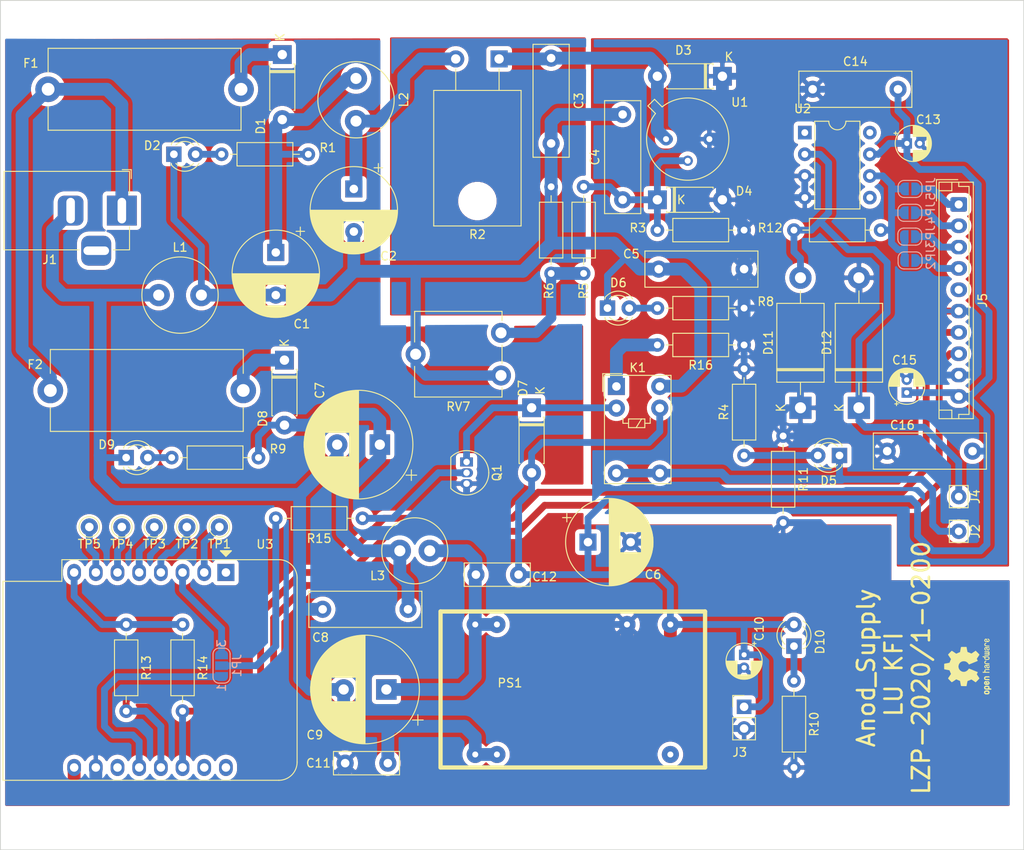
<source format=kicad_pcb>
(kicad_pcb (version 20171130) (host pcbnew "(5.1.9)-1")
  (layers (0 F.Cu signal) (31 B.Cu signal) (34 B.Paste user) (35 F.Paste user) (36 B.SilkS user) (37 F.SilkS user) (38 B.Mask user) (39 F.Mask user) (44 Edge.Cuts user))
  (net 0 "")
  (net 1 "Net-(C1-Pad2)")
  (net 2 "Net-(C1-Pad1)")
  (net 3 "Net-(C2-Pad1)")
  (net 4 "Net-(C3-Pad1)")
  (net 5 "Net-(C4-Pad1)")
  (net 6 GNDA)
  (net 7 GNDD)
  (net 8 +5V)
  (net 9 "Net-(C11-Pad1)")
  (net 10 "Net-(C7-Pad1)")
  (net 11 "Net-(C12-Pad2)")
  (net 12 "Net-(D1-Pad1)")
  (net 13 "Net-(D2-Pad2)")
  (net 14 "Net-(D5-Pad2)")
  (net 15 "Net-(D5-Pad1)")
  (net 16 "Net-(D6-Pad2)")
  (net 17 "Net-(D7-Pad1)")
  (net 18 "Net-(D8-Pad1)")
  (net 19 "Net-(D9-Pad2)")
  (net 20 "Net-(D10-Pad1)")
  (net 21 "Net-(D11-Pad2)")
  (net 22 "Net-(F1-Pad2)")
  (net 23 "Net-(J1-Pad3)")
  (net 24 /SCL)
  (net 25 /SDA)
  (net 26 "Net-(J5-Pad5)")
  (net 27 "Net-(J5-Pad4)")
  (net 28 "Net-(J5-Pad3)")
  (net 29 "Net-(J5-Pad2)")
  (net 30 "Net-(J5-Pad1)")
  (net 31 "Net-(JP1-Pad2)")
  (net 32 "Net-(JP1-Pad3)")
  (net 33 "Net-(JP1-Pad1)")
  (net 34 "Net-(JP2-Pad1)")
  (net 35 "Net-(K1-Pad1)")
  (net 36 "Net-(PS1-Pad11)")
  (net 37 /REL_TR)
  (net 38 "Net-(R5-Pad1)")
  (net 39 "Net-(R13-Pad1)")
  (net 40 "Net-(TP1-Pad1)")
  (net 41 "Net-(TP2-Pad1)")
  (net 42 "Net-(TP3-Pad1)")
  (net 43 "Net-(TP4-Pad1)")
  (net 44 "Net-(TP5-Pad1)")
  (net 45 "Net-(U2-Pad8)")
  (net 46 "Net-(U2-Pad5)")
  (net 47 "Net-(U2-Pad1)")
  (net 48 "Net-(U3-Pad16)")
  (net 49 "Net-(U3-Pad15)")
  (net 50 "Net-(U3-Pad11)")
  (net 51 "Net-(U3-Pad1)")
  (module Symbol:OSHW-Logo2_7.3x6mm_SilkScreen (layer F.Cu) (at 163.87 128.88 90)
    (fp_text reference REF** hide)
    (fp_text value OSHW-Logo2_7.3x6mm_SilkScreen hide)
  )
  (module Capacitor_THT:C_Rect_L13.0mm_W4.0mm_P10.00mm_FKS3_FKP3_MKS4 (layer F.Cu) (at 154.432 103.632)
    (fp_text reference C16 (at 1.778 -3.048) (layer F.SilkS))
    (fp_text value "2,2uF ")
    (pad 2 thru_hole circle (at 10 0) (size 2 2) (drill 1) (layers *.Cu *.Mask) (net 8 +5V))
    (pad 1 thru_hole circle (at 0 0) (size 2 2) (drill 1) (layers *.Cu *.Mask) (net 6 GNDA))
  )
  (module Capacitor_THT:CP_Radial_D4.0mm_P1.50mm (layer F.Cu) (at 156.718 96.774 90)
    (fp_text reference C15 (at 3.81 -0.254 180) (layer F.SilkS))
    (fp_text value 10uF/16V)
    (pad 2 thru_hole circle (at 1.5 0 90) (size 1.2 1.2) (drill 0.6) (layers *.Cu *.Mask) (net 6 GNDA))
    (pad 1 thru_hole rect (at 0 0 90) (size 1.2 1.2) (drill 0.6) (layers *.Cu *.Mask) (net 8 +5V))
  )
  (module Capacitor_THT:C_Rect_L13.0mm_W4.0mm_P10.00mm_FKS3_FKP3_MKS4 (layer F.Cu) (at 145.702 61.214)
    (fp_text reference C14 (at 5 -3.25) (layer F.SilkS))
    (fp_text value "2,2uF ")
    (pad 2 thru_hole circle (at 10 0) (size 2 2) (drill 1) (layers *.Cu *.Mask) (net 8 +5V))
    (pad 1 thru_hole circle (at 0 0) (size 2 2) (drill 1) (layers *.Cu *.Mask) (net 6 GNDA))
  )
  (module Capacitor_THT:C_Rect_L13.0mm_W4.0mm_P10.00mm_FKS3_FKP3_MKS4 (layer F.Cu) (at 98.298 122.174 180)
    (fp_text reference C8 (at 10.254 -3.302) (layer F.SilkS))
    (fp_text value 1uF/100V)
    (pad 2 thru_hole circle (at 10 0 180) (size 2 2) (drill 1) (layers *.Cu *.Mask) (net 9 "Net-(C11-Pad1)"))
    (pad 1 thru_hole circle (at 0 0 180) (size 2 2) (drill 1) (layers *.Cu *.Mask) (net 10 "Net-(C7-Pad1)"))
  )
  (module Capacitor_THT:C_Rect_L13.0mm_W4.0mm_P10.00mm_FKS3_FKP3_MKS4 (layer F.Cu) (at 137.668 82.296 180)
    (fp_text reference C5 (at 13.208 1.778) (layer F.SilkS))
    (fp_text value 1uF/100V)
    (pad 2 thru_hole circle (at 10 0 180) (size 2 2) (drill 1) (layers *.Cu *.Mask) (net 1 "Net-(C1-Pad2)"))
    (pad 1 thru_hole circle (at 0 0 180) (size 2 2) (drill 1) (layers *.Cu *.Mask) (net 6 GNDA))
  )
  (module Capacitor_THT:C_Rect_L13.0mm_W4.0mm_P10.00mm_FKS3_FKP3_MKS4 (layer F.Cu) (at 123.444 74.168 90)
    (fp_text reference C4 (at 5 -3.25 90) (layer F.SilkS))
    (fp_text value "2,2uF ")
    (pad 2 thru_hole circle (at 10 0 90) (size 2 2) (drill 1) (layers *.Cu *.Mask) (net 1 "Net-(C1-Pad2)"))
    (pad 1 thru_hole circle (at 0 0 90) (size 2 2) (drill 1) (layers *.Cu *.Mask) (net 5 "Net-(C4-Pad1)"))
  )
  (module Capacitor_THT:C_Rect_L13.0mm_W4.0mm_P10.00mm_FKS3_FKP3_MKS4 (layer F.Cu) (at 115.062 57.564 270)
    (fp_text reference C3 (at 5 -3.25 90) (layer F.SilkS))
    (fp_text value 1uF/100V)
    (pad 2 thru_hole circle (at 10 0 270) (size 2 2) (drill 1) (layers *.Cu *.Mask) (net 1 "Net-(C1-Pad2)"))
    (pad 1 thru_hole circle (at 0 0 270) (size 2 2) (drill 1) (layers *.Cu *.Mask) (net 4 "Net-(C3-Pad1)"))
  )
  (module Diode_THT:D_DO-201AE_P15.24mm_Horizontal (layer F.Cu) (at 151.122 98.552 90)
    (fp_text reference D12 (at 7.62 -3.77 90) (layer F.SilkS))
    (fp_text value SB3100)
    (fp_text user K (at 0 -2.3 90) (layer F.SilkS))
    (pad 2 thru_hole oval (at 15.24 0 90) (size 2.6 2.6) (drill 1.3) (layers *.Cu *.Mask) (net 6 GNDA))
    (pad 1 thru_hole rect (at 0 0 90) (size 2.6 2.6) (drill 1.3) (layers *.Cu *.Mask) (net 21 "Net-(D11-Pad2)"))
  )
  (module Diode_THT:D_DO-201AE_P15.24mm_Horizontal (layer F.Cu) (at 144.272 98.552 90)
    (fp_text reference D11 (at 7.62 -3.77 90) (layer F.SilkS))
    (fp_text value SB3100)
    (fp_text user K (at 0 -2.3 90) (layer F.SilkS))
    (pad 2 thru_hole oval (at 15.24 0 90) (size 2.6 2.6) (drill 1.3) (layers *.Cu *.Mask) (net 21 "Net-(D11-Pad2)"))
    (pad 1 thru_hole rect (at 0 0 90) (size 2.6 2.6) (drill 1.3) (layers *.Cu *.Mask) (net 6 GNDA))
  )
  (module Inductor_THT:L_Radial_D7.5mm_P3.50mm_Fastron_07P (layer F.Cu) (at 97.338 115.316)
    (fp_text reference L3 (at -2.608 2.924) (layer F.SilkS))
    (fp_text value 4.7uH)
    (pad 2 thru_hole circle (at 3.5 0) (size 2.6 2.6) (drill 1.3) (layers *.Cu *.Mask) (net 11 "Net-(C12-Pad2)"))
    (pad 1 thru_hole circle (at 0 0) (size 2.6 2.6) (drill 1.3) (layers *.Cu *.Mask) (net 10 "Net-(C7-Pad1)"))
  )
  (module Inductor_THT:L_Radial_D8.7mm_P5.00mm_Fastron_07HCP (layer F.Cu) (at 69.088 85.344)
    (fp_text reference L1 (at 2.5 -5.6) (layer F.SilkS))
    (fp_text value 1mH)
    (pad 2 thru_hole circle (at 5 0) (size 2.6 2.6) (drill 1.3) (layers *.Cu *.Mask) (net 1 "Net-(C1-Pad2)"))
    (pad 1 thru_hole circle (at 0 0) (size 2.6 2.6) (drill 1.3) (layers *.Cu *.Mask) (net 9 "Net-(C11-Pad1)"))
  )
  (module Inductor_THT:L_Radial_D8.7mm_P5.00mm_Fastron_07HCP (layer F.Cu) (at 92.202 59.944 270)
    (fp_text reference L2 (at 2.5 -5.6 90) (layer F.SilkS))
    (fp_text value 1mH)
    (pad 2 thru_hole circle (at 5 0 270) (size 2.6 2.6) (drill 1.3) (layers *.Cu *.Mask) (net 3 "Net-(C2-Pad1)"))
    (pad 1 thru_hole circle (at 0 0 270) (size 2.6 2.6) (drill 1.3) (layers *.Cu *.Mask) (net 2 "Net-(C1-Pad1)"))
  )
  (module Capacitor_THT:CP_Radial_D12.5mm_P5.00mm (layer F.Cu) (at 94.996 102.87 180)
    (fp_text reference C7 (at 7.032 6.35 270) (layer F.SilkS))
    (fp_text value 330uF/100V)
    (pad 2 thru_hole circle (at 5 0 180) (size 2.4 2.4) (drill 1.2) (layers *.Cu *.Mask) (net 9 "Net-(C11-Pad1)"))
    (pad 1 thru_hole rect (at 0 0 180) (size 2.4 2.4) (drill 1.2) (layers *.Cu *.Mask) (net 10 "Net-(C7-Pad1)"))
  )
  (module Module:WEMOS_D1_mini_light (layer F.Cu) (at 76.962 117.856 270)
    (fp_text reference U3 (at -3.302 -4.572 180) (layer F.SilkS))
    (fp_text value WeMos_D1_mini)
    (pad 16 thru_hole oval (at 22.86 0 270) (size 2 1.6) (drill 1) (layers *.Cu *.Mask) (net 48 "Net-(U3-Pad16)"))
    (pad 15 thru_hole oval (at 22.86 2.54 270) (size 2 1.6) (drill 1) (layers *.Cu *.Mask) (net 49 "Net-(U3-Pad15)"))
    (pad 14 thru_hole oval (at 22.86 5.08 270) (size 2 1.6) (drill 1) (layers *.Cu *.Mask) (net 24 /SCL))
    (pad 13 thru_hole oval (at 22.86 7.62 270) (size 2 1.6) (drill 1) (layers *.Cu *.Mask) (net 25 /SDA))
    (pad 12 thru_hole oval (at 22.86 10.16 270) (size 2 1.6) (drill 1) (layers *.Cu *.Mask) (net 33 "Net-(JP1-Pad1)"))
    (pad 11 thru_hole oval (at 22.86 12.7 270) (size 2 1.6) (drill 1) (layers *.Cu *.Mask) (net 50 "Net-(U3-Pad11)"))
    (pad 10 thru_hole oval (at 22.86 15.24 270) (size 2 1.6) (drill 1) (layers *.Cu *.Mask) (net 7 GNDD))
    (pad 9 thru_hole oval (at 22.86 17.78 270) (size 2 1.6) (drill 1) (layers *.Cu *.Mask) (net 8 +5V))
    (pad 8 thru_hole oval (at 0 17.78 270) (size 2 1.6) (drill 1) (layers *.Cu *.Mask) (net 39 "Net-(R13-Pad1)"))
    (pad 7 thru_hole oval (at 0 15.24 270) (size 2 1.6) (drill 1) (layers *.Cu *.Mask) (net 44 "Net-(TP5-Pad1)"))
    (pad 6 thru_hole oval (at 0 12.7 270) (size 2 1.6) (drill 1) (layers *.Cu *.Mask) (net 43 "Net-(TP4-Pad1)"))
    (pad 5 thru_hole oval (at 0 10.16 270) (size 2 1.6) (drill 1) (layers *.Cu *.Mask) (net 42 "Net-(TP3-Pad1)"))
    (pad 4 thru_hole oval (at 0 7.62 270) (size 2 1.6) (drill 1) (layers *.Cu *.Mask) (net 41 "Net-(TP2-Pad1)"))
    (pad 3 thru_hole oval (at 0 5.08 270) (size 2 1.6) (drill 1) (layers *.Cu *.Mask) (net 32 "Net-(JP1-Pad3)"))
    (pad 1 thru_hole rect (at 0 0 270) (size 2 2) (drill 1) (layers *.Cu *.Mask) (net 51 "Net-(U3-Pad1)"))
    (pad 2 thru_hole oval (at 0 2.54 270) (size 2 1.6) (drill 1) (layers *.Cu *.Mask) (net 40 "Net-(TP1-Pad1)"))
  )
  (module Package_DIP:DIP-8_W7.62mm (layer F.Cu) (at 144.78 66.294)
    (fp_text reference U2 (at -0.254 -2.794) (layer F.SilkS))
    (fp_text value MCP601-xP)
    (pad 8 thru_hole oval (at 7.62 0) (size 1.6 1.6) (drill 0.8) (layers *.Cu *.Mask) (net 45 "Net-(U2-Pad8)"))
    (pad 4 thru_hole oval (at 0 7.62) (size 1.6 1.6) (drill 0.8) (layers *.Cu *.Mask) (net 6 GNDA))
    (pad 7 thru_hole oval (at 7.62 2.54) (size 1.6 1.6) (drill 0.8) (layers *.Cu *.Mask) (net 8 +5V))
    (pad 3 thru_hole oval (at 0 5.08) (size 1.6 1.6) (drill 0.8) (layers *.Cu *.Mask) (net 6 GNDA))
    (pad 6 thru_hole oval (at 7.62 5.08) (size 1.6 1.6) (drill 0.8) (layers *.Cu *.Mask) (net 34 "Net-(JP2-Pad1)"))
    (pad 2 thru_hole oval (at 0 2.54) (size 1.6 1.6) (drill 0.8) (layers *.Cu *.Mask) (net 21 "Net-(D11-Pad2)"))
    (pad 5 thru_hole oval (at 7.62 7.62) (size 1.6 1.6) (drill 0.8) (layers *.Cu *.Mask) (net 46 "Net-(U2-Pad5)"))
    (pad 1 thru_hole rect (at 0 0) (size 1.6 1.6) (drill 0.8) (layers *.Cu *.Mask) (net 47 "Net-(U2-Pad1)"))
  )
  (module Package_TO_SOT_THT:TO-39-3 (layer F.Cu) (at 128.524 67.056)
    (fp_text reference U1 (at 8.636 -4.318) (layer F.SilkS))
    (fp_text value LM317_TO39)
    (pad 3 thru_hole oval (at 5.08 0) (size 1.2 1.2) (drill 0.7) (layers *.Cu *.Mask) (net 6 GNDA))
    (pad 2 thru_hole oval (at 2.54 2.54) (size 1.2 1.2) (drill 0.7) (layers *.Cu *.Mask) (net 5 "Net-(C4-Pad1)"))
    (pad 1 thru_hole oval (at 0 0) (size 1.6 1.2) (drill 0.7) (layers *.Cu *.Mask) (net 4 "Net-(C3-Pad1)"))
  )
  (module TestPoint:TestPoint_THTPad_D2.0mm_Drill1.0mm (layer F.Cu) (at 60.96 112.522 180)
    (fp_text reference TP5 (at 0 -1.998) (layer F.SilkS))
    (fp_text value TP)
    (pad 1 thru_hole circle (at 0 0 180) (size 2 2) (drill 1) (layers *.Cu *.Mask) (net 44 "Net-(TP5-Pad1)"))
  )
  (module TestPoint:TestPoint_THTPad_D2.0mm_Drill1.0mm (layer F.Cu) (at 64.77 112.522 180)
    (fp_text reference TP4 (at 0 -1.998) (layer F.SilkS))
    (fp_text value TP)
    (pad 1 thru_hole circle (at 0 0 180) (size 2 2) (drill 1) (layers *.Cu *.Mask) (net 43 "Net-(TP4-Pad1)"))
  )
  (module TestPoint:TestPoint_THTPad_D2.0mm_Drill1.0mm (layer F.Cu) (at 68.58 112.522 180)
    (fp_text reference TP3 (at 0 -1.998) (layer F.SilkS))
    (fp_text value TP)
    (pad 1 thru_hole circle (at 0 0 180) (size 2 2) (drill 1) (layers *.Cu *.Mask) (net 42 "Net-(TP3-Pad1)"))
  )
  (module TestPoint:TestPoint_THTPad_D2.0mm_Drill1.0mm (layer F.Cu) (at 72.39 112.522 180)
    (fp_text reference TP2 (at 0 -1.998) (layer F.SilkS))
    (fp_text value TP)
    (pad 1 thru_hole circle (at 0 0 180) (size 2 2) (drill 1) (layers *.Cu *.Mask) (net 41 "Net-(TP2-Pad1)"))
  )
  (module TestPoint:TestPoint_THTPad_D2.0mm_Drill1.0mm (layer F.Cu) (at 76.2 112.522 180)
    (fp_text reference TP1 (at 0 -1.998) (layer F.SilkS))
    (fp_text value TestPoint)
    (pad 1 thru_hole circle (at 0 0 180) (size 2 2) (drill 1) (layers *.Cu *.Mask) (net 40 "Net-(TP1-Pad1)"))
  )
  (module Potentiometer_THT:Potentiometer_ACP_CA9-V10_Vertical (layer F.Cu) (at 109.19 89.77 180)
    (fp_text reference RV7 (at 5 -8.65) (layer F.SilkS))
    (fp_text value 2K2)
    (pad 1 thru_hole circle (at 0 0 180) (size 2.34 2.34) (drill 1.3) (layers *.Cu *.Mask) (net 38 "Net-(R5-Pad1)"))
    (pad 2 thru_hole circle (at 10 -2.5 180) (size 2.34 2.34) (drill 1.3) (layers *.Cu *.Mask) (net 1 "Net-(C1-Pad2)"))
    (pad 3 thru_hole circle (at 0 -5 180) (size 2.34 2.34) (drill 1.3) (layers *.Cu *.Mask) (net 1 "Net-(C1-Pad2)"))
  )
  (module Resistor_THT:R_Axial_DIN0207_L6.3mm_D2.5mm_P10.16mm_Horizontal (layer F.Cu) (at 137.668 91.186 180)
    (fp_text reference R16 (at 5.08 -2.37) (layer F.SilkS))
    (fp_text value 0R)
    (pad 2 thru_hole oval (at 10.16 0 180) (size 1.6 1.6) (drill 0.8) (layers *.Cu *.Mask) (net 35 "Net-(K1-Pad1)"))
    (pad 1 thru_hole circle (at 0 0 180) (size 1.6 1.6) (drill 0.8) (layers *.Cu *.Mask) (net 6 GNDA))
  )
  (module Resistor_THT:R_Axial_DIN0207_L6.3mm_D2.5mm_P10.16mm_Horizontal (layer F.Cu) (at 92.964 111.506 180)
    (fp_text reference R15 (at 5.08 -2.37) (layer F.SilkS))
    (fp_text value 1K)
    (pad 2 thru_hole oval (at 10.16 0 180) (size 1.6 1.6) (drill 0.8) (layers *.Cu *.Mask) (net 31 "Net-(JP1-Pad2)"))
    (pad 1 thru_hole circle (at 0 0 180) (size 1.6 1.6) (drill 0.8) (layers *.Cu *.Mask) (net 37 /REL_TR))
  )
  (module Resistor_THT:R_Axial_DIN0207_L6.3mm_D2.5mm_P10.16mm_Horizontal (layer F.Cu) (at 71.882 123.952 270)
    (fp_text reference R14 (at 5.08 -2.37 90) (layer F.SilkS))
    (fp_text value 10K)
    (pad 2 thru_hole oval (at 10.16 0 270) (size 1.6 1.6) (drill 0.8) (layers *.Cu *.Mask) (net 24 /SCL))
    (pad 1 thru_hole circle (at 0 0 270) (size 1.6 1.6) (drill 0.8) (layers *.Cu *.Mask) (net 39 "Net-(R13-Pad1)"))
  )
  (module Resistor_THT:R_Axial_DIN0207_L6.3mm_D2.5mm_P10.16mm_Horizontal (layer F.Cu) (at 65.278 123.952 270)
    (fp_text reference R13 (at 5.08 -2.37 90) (layer F.SilkS))
    (fp_text value 10K)
    (pad 2 thru_hole oval (at 10.16 0 270) (size 1.6 1.6) (drill 0.8) (layers *.Cu *.Mask) (net 25 /SDA))
    (pad 1 thru_hole circle (at 0 0 270) (size 1.6 1.6) (drill 0.8) (layers *.Cu *.Mask) (net 39 "Net-(R13-Pad1)"))
  )
  (module Resistor_THT:R_Axial_DIN0207_L6.3mm_D2.5mm_P10.16mm_Horizontal (layer F.Cu) (at 143.51 77.724)
    (fp_text reference R12 (at -2.794 -0.254) (layer F.SilkS))
    (fp_text value 1K)
    (pad 2 thru_hole oval (at 10.16 0) (size 1.6 1.6) (drill 0.8) (layers *.Cu *.Mask) (net 34 "Net-(JP2-Pad1)"))
    (pad 1 thru_hole circle (at 0 0) (size 1.6 1.6) (drill 0.8) (layers *.Cu *.Mask) (net 21 "Net-(D11-Pad2)"))
  )
  (module Resistor_THT:R_Axial_DIN0207_L6.3mm_D2.5mm_P10.16mm_Horizontal (layer F.Cu) (at 142.24 101.854 270)
    (fp_text reference R11 (at 5.08 -2.37 90) (layer F.SilkS))
    (fp_text value 0R)
    (pad 2 thru_hole oval (at 10.16 0 270) (size 1.6 1.6) (drill 0.8) (layers *.Cu *.Mask) (net 7 GNDD))
    (pad 1 thru_hole circle (at 0 0 270) (size 1.6 1.6) (drill 0.8) (layers *.Cu *.Mask) (net 6 GNDA))
  )
  (module Resistor_THT:R_Axial_DIN0207_L6.3mm_D2.5mm_P10.16mm_Horizontal (layer F.Cu) (at 143.51 130.556 270)
    (fp_text reference R10 (at 5.08 -2.37 90) (layer F.SilkS))
    (fp_text value 47K)
    (pad 2 thru_hole oval (at 10.16 0 270) (size 1.6 1.6) (drill 0.8) (layers *.Cu *.Mask) (net 7 GNDD))
    (pad 1 thru_hole circle (at 0 0 270) (size 1.6 1.6) (drill 0.8) (layers *.Cu *.Mask) (net 20 "Net-(D10-Pad1)"))
  )
  (module Resistor_THT:R_Axial_DIN0207_L6.3mm_D2.5mm_P10.16mm_Horizontal (layer F.Cu) (at 80.772 104.394 180)
    (fp_text reference R9 (at -2.286 1.016) (layer F.SilkS))
    (fp_text value 47K)
    (pad 2 thru_hole oval (at 10.16 0 180) (size 1.6 1.6) (drill 0.8) (layers *.Cu *.Mask) (net 19 "Net-(D9-Pad2)"))
    (pad 1 thru_hole circle (at 0 0 180) (size 1.6 1.6) (drill 0.8) (layers *.Cu *.Mask) (net 10 "Net-(C7-Pad1)"))
  )
  (module Resistor_THT:R_Axial_DIN0207_L6.3mm_D2.5mm_P10.16mm_Horizontal (layer F.Cu) (at 127.508 86.868)
    (fp_text reference R8 (at 12.7 -0.762) (layer F.SilkS))
    (fp_text value 47K)
    (pad 2 thru_hole oval (at 10.16 0) (size 1.6 1.6) (drill 0.8) (layers *.Cu *.Mask) (net 6 GNDA))
    (pad 1 thru_hole circle (at 0 0) (size 1.6 1.6) (drill 0.8) (layers *.Cu *.Mask) (net 16 "Net-(D6-Pad2)"))
  )
  (module Resistor_THT:R_Axial_DIN0207_L6.3mm_D2.5mm_P10.16mm_Horizontal (layer F.Cu) (at 115.062 72.644 270)
    (fp_text reference R6 (at 12.192 0.254 90) (layer F.SilkS))
    (fp_text value 2K2)
    (pad 2 thru_hole oval (at 10.16 0 270) (size 1.6 1.6) (drill 0.8) (layers *.Cu *.Mask) (net 38 "Net-(R5-Pad1)"))
    (pad 1 thru_hole circle (at 0 0 270) (size 1.6 1.6) (drill 0.8) (layers *.Cu *.Mask) (net 1 "Net-(C1-Pad2)"))
  )
  (module Resistor_THT:R_Axial_DIN0207_L6.3mm_D2.5mm_P10.16mm_Horizontal (layer F.Cu) (at 118.872 82.804 90)
    (fp_text reference R5 (at -2.032 0 90) (layer F.SilkS))
    (fp_text value 6K8)
    (pad 2 thru_hole oval (at 10.16 0 90) (size 1.6 1.6) (drill 0.8) (layers *.Cu *.Mask) (net 5 "Net-(C4-Pad1)"))
    (pad 1 thru_hole circle (at 0 0 90) (size 1.6 1.6) (drill 0.8) (layers *.Cu *.Mask) (net 38 "Net-(R5-Pad1)"))
  )
  (module Resistor_THT:R_Axial_DIN0207_L6.3mm_D2.5mm_P10.16mm_Horizontal (layer F.Cu) (at 137.668 104.14 90)
    (fp_text reference R4 (at 5.08 -2.37 90) (layer F.SilkS))
    (fp_text value 47K)
    (pad 2 thru_hole oval (at 10.16 0 90) (size 1.6 1.6) (drill 0.8) (layers *.Cu *.Mask) (net 6 GNDA))
    (pad 1 thru_hole circle (at 0 0 90) (size 1.6 1.6) (drill 0.8) (layers *.Cu *.Mask) (net 14 "Net-(D5-Pad2)"))
  )
  (module Resistor_THT:R_Axial_DIN0207_L6.3mm_D2.5mm_P10.16mm_Horizontal (layer F.Cu) (at 137.668 77.724 180)
    (fp_text reference R3 (at 12.446 0.254) (layer F.SilkS))
    (fp_text value 240)
    (pad 2 thru_hole oval (at 10.16 0 180) (size 1.6 1.6) (drill 0.8) (layers *.Cu *.Mask) (net 5 "Net-(C4-Pad1)"))
    (pad 1 thru_hole circle (at 0 0 180) (size 1.6 1.6) (drill 0.8) (layers *.Cu *.Mask) (net 6 GNDA))
  )
  (module Package_TO_SOT_THT:TO-220-2_Horizontal_TabDown (layer F.Cu) (at 108.966 57.658 180)
    (fp_text reference R2 (at 2.54 -20.58) (layer F.SilkS))
    (fp_text value 150/18W)
    (pad 2 thru_hole oval (at 5.08 0 180) (size 2 2) (drill 1.1) (layers *.Cu *.Mask) (net 3 "Net-(C2-Pad1)"))
    (pad 1 thru_hole rect (at 0 0 180) (size 2 2) (drill 1.1) (layers *.Cu *.Mask) (net 4 "Net-(C3-Pad1)"))
    (pad "" np_thru_hole oval (at 2.54 -16.66 180) (size 3.5 3.5) (drill 3.5) (layers *.Cu *.Mask))
  )
  (module Resistor_THT:R_Axial_DIN0207_L6.3mm_D2.5mm_P10.16mm_Horizontal (layer F.Cu) (at 86.614 68.834 180)
    (fp_text reference R1 (at -2.286 0.762) (layer F.SilkS))
    (fp_text value 47K)
    (pad 2 thru_hole oval (at 10.16 0 180) (size 1.6 1.6) (drill 0.8) (layers *.Cu *.Mask) (net 13 "Net-(D2-Pad2)"))
    (pad 1 thru_hole circle (at 0 0 180) (size 1.6 1.6) (drill 0.8) (layers *.Cu *.Mask) (net 2 "Net-(C1-Pad1)"))
  )
  (module Package_TO_SOT_THT:TO-92_Inline (layer F.Cu) (at 105.156 104.902 270)
    (fp_text reference Q1 (at 1.27 -3.56 90) (layer F.SilkS))
    (fp_text value BC547)
    (pad 1 thru_hole rect (at 0 0 270) (size 1.05 1.5) (drill 0.75) (layers *.Cu *.Mask) (net 17 "Net-(D7-Pad1)"))
    (pad 3 thru_hole oval (at 2.54 0 270) (size 1.05 1.5) (drill 0.75) (layers *.Cu *.Mask) (net 7 GNDD))
    (pad 2 thru_hole oval (at 1.27 0 270) (size 1.05 1.5) (drill 0.75) (layers *.Cu *.Mask) (net 37 /REL_TR))
  )
  (module MPRB4805:MPRB4805 (layer F.Cu) (at 118.872 131.572)
    (fp_text reference PS1 (at -8.636 -0.762) (layer F.SilkS))
    (fp_text value MPRB4805)
    (pad 23 thru_hole circle (at -12.7 -7.62) (size 2 2) (drill 0.7) (layers *.Cu *.Mask) (net 11 "Net-(C12-Pad2)"))
    (pad 22 thru_hole circle (at -10.16 -7.62) (size 2 2) (drill 0.7) (layers *.Cu *.Mask) (net 11 "Net-(C12-Pad2)"))
    (pad 16 thru_hole circle (at 5.08 -7.62) (size 2 2) (drill 0.7) (layers *.Cu *.Mask) (net 7 GNDD))
    (pad 14 thru_hole circle (at 10.16 -7.62) (size 2 2) (drill 0.7) (layers *.Cu *.Mask) (net 8 +5V))
    (pad 11 thru_hole circle (at 10.16 7.62) (size 2 2) (drill 0.7) (layers *.Cu *.Mask) (net 36 "Net-(PS1-Pad11)"))
    (pad 3 thru_hole circle (at -10.16 7.62) (size 2 2) (drill 0.7) (layers *.Cu *.Mask) (net 9 "Net-(C11-Pad1)"))
    (pad 2 thru_hole circle (at -12.7 7.62) (size 2 2) (drill 0.7) (layers *.Cu *.Mask) (net 9 "Net-(C11-Pad1)"))
  )
  (module Relay_THT:Relay_SPDT_Omron_G5V-1 (layer F.Cu) (at 122.71 96.05)
    (fp_text reference K1 (at 2.5 -2.2) (layer F.SilkS))
    (fp_text value G5V-1)
    (pad 5 thru_hole circle (at 0 10.16) (size 2 2) (drill 1) (layers *.Cu *.Mask) (net 15 "Net-(D5-Pad1)"))
    (pad 6 thru_hole circle (at 5.08 10.16) (size 2 2) (drill 1) (layers *.Cu *.Mask) (net 15 "Net-(D5-Pad1)"))
    (pad 2 thru_hole circle (at 0 2.54) (size 2 2) (drill 1) (layers *.Cu *.Mask) (net 17 "Net-(D7-Pad1)"))
    (pad 1 thru_hole rect (at 0 0) (size 2 2) (drill 1) (layers *.Cu *.Mask) (net 35 "Net-(K1-Pad1)"))
    (pad 9 thru_hole circle (at 5.08 2.54) (size 2 2) (drill 1) (layers *.Cu *.Mask) (net 8 +5V))
    (pad 10 thru_hole circle (at 5.08 0) (size 2 2) (drill 1) (layers *.Cu *.Mask) (net 1 "Net-(C1-Pad2)"))
  )
  (module Jumper:SolderJumper-2_P1.3mm_Open_RoundedPad1.0x1.5mm (layer B.Cu) (at 157.114 72.898)
    (fp_text reference JP5 (at 2.428 0 90) (layer B.SilkS) (effects (justify mirror)))
    (fp_text value SolderJumper_2_Open)
    (pad 2 smd custom (at 0.65 0) (size 1 0.5) (layers B.Cu B.Mask) (net 30 "Net-(J5-Pad1)") (options (clearance outline) (anchor rect)) (primitives (gr_circle (center 0 -0.25) (end 0.5 -0.25) (width 0)) (gr_circle (center 0 0.25) (end 0.5 0.25) (width 0)) (gr_poly (pts (xy 0 0.75) (xy -0.5 0.75) (xy -0.5 -0.75) (xy 0 -0.75)) (width 0))))
    (pad 1 smd custom (at -0.65 0) (size 1 0.5) (layers B.Cu B.Mask) (net 34 "Net-(JP2-Pad1)") (options (clearance outline) (anchor rect)) (primitives (gr_circle (center 0 -0.25) (end 0.5 -0.25) (width 0)) (gr_circle (center 0 0.25) (end 0.5 0.25) (width 0)) (gr_poly (pts (xy 0 0.75) (xy 0.5 0.75) (xy 0.5 -0.75) (xy 0 -0.75)) (width 0))))
  )
  (module Jumper:SolderJumper-2_P1.3mm_Open_RoundedPad1.0x1.5mm (layer B.Cu) (at 157.084 75.692)
    (fp_text reference JP4 (at 2.428 0 90) (layer B.SilkS) (effects (justify mirror)))
    (fp_text value SolderJumper_2_Open)
    (pad 2 smd custom (at 0.65 0) (size 1 0.5) (layers B.Cu B.Mask) (net 29 "Net-(J5-Pad2)") (options (clearance outline) (anchor rect)) (primitives (gr_circle (center 0 -0.25) (end 0.5 -0.25) (width 0)) (gr_circle (center 0 0.25) (end 0.5 0.25) (width 0)) (gr_poly (pts (xy 0 0.75) (xy -0.5 0.75) (xy -0.5 -0.75) (xy 0 -0.75)) (width 0))))
    (pad 1 smd custom (at -0.65 0) (size 1 0.5) (layers B.Cu B.Mask) (net 34 "Net-(JP2-Pad1)") (options (clearance outline) (anchor rect)) (primitives (gr_circle (center 0 -0.25) (end 0.5 -0.25) (width 0)) (gr_circle (center 0 0.25) (end 0.5 0.25) (width 0)) (gr_poly (pts (xy 0 0.75) (xy 0.5 0.75) (xy 0.5 -0.75) (xy 0 -0.75)) (width 0))))
  )
  (module Jumper:SolderJumper-2_P1.3mm_Open_RoundedPad1.0x1.5mm (layer B.Cu) (at 157.084 78.486)
    (fp_text reference JP3 (at 2.428 0 90) (layer B.SilkS) (effects (justify mirror)))
    (fp_text value SolderJumper_2_Open)
    (pad 2 smd custom (at 0.65 0) (size 1 0.5) (layers B.Cu B.Mask) (net 28 "Net-(J5-Pad3)") (options (clearance outline) (anchor rect)) (primitives (gr_circle (center 0 -0.25) (end 0.5 -0.25) (width 0)) (gr_circle (center 0 0.25) (end 0.5 0.25) (width 0)) (gr_poly (pts (xy 0 0.75) (xy -0.5 0.75) (xy -0.5 -0.75) (xy 0 -0.75)) (width 0))))
    (pad 1 smd custom (at -0.65 0) (size 1 0.5) (layers B.Cu B.Mask) (net 34 "Net-(JP2-Pad1)") (options (clearance outline) (anchor rect)) (primitives (gr_circle (center 0 -0.25) (end 0.5 -0.25) (width 0)) (gr_circle (center 0 0.25) (end 0.5 0.25) (width 0)) (gr_poly (pts (xy 0 0.75) (xy 0.5 0.75) (xy 0.5 -0.75) (xy 0 -0.75)) (width 0))))
  )
  (module Jumper:SolderJumper-2_P1.3mm_Open_RoundedPad1.0x1.5mm (layer B.Cu) (at 157.114 81.28)
    (fp_text reference JP2 (at 2.428 -0.254 90) (layer B.SilkS) (effects (justify mirror)))
    (fp_text value SolderJumper_2_Open)
    (pad 2 smd custom (at 0.65 0) (size 1 0.5) (layers B.Cu B.Mask) (net 27 "Net-(J5-Pad4)") (options (clearance outline) (anchor rect)) (primitives (gr_circle (center 0 -0.25) (end 0.5 -0.25) (width 0)) (gr_circle (center 0 0.25) (end 0.5 0.25) (width 0)) (gr_poly (pts (xy 0 0.75) (xy -0.5 0.75) (xy -0.5 -0.75) (xy 0 -0.75)) (width 0))))
    (pad 1 smd custom (at -0.65 0) (size 1 0.5) (layers B.Cu B.Mask) (net 34 "Net-(JP2-Pad1)") (options (clearance outline) (anchor rect)) (primitives (gr_circle (center 0 -0.25) (end 0.5 -0.25) (width 0)) (gr_circle (center 0 0.25) (end 0.5 0.25) (width 0)) (gr_poly (pts (xy 0 0.75) (xy 0.5 0.75) (xy 0.5 -0.75) (xy 0 -0.75)) (width 0))))
  )
  (module Jumper:SolderJumper-3_P1.3mm_Open_RoundedPad1.0x1.5mm_NumberLabels (layer B.Cu) (at 76.454 128.778 90)
    (fp_text reference JP1 (at 0 1.8 270) (layer B.SilkS) (effects (justify mirror)))
    (fp_text value SolderJumper_3_Open)
    (fp_text user 1 (at -2.6 0 270) (layer B.SilkS) (effects (justify mirror)))
    (fp_text user 3 (at 2.6 0 270) (layer B.SilkS) (effects (justify mirror)))
    (pad 2 smd rect (at 0 0 90) (size 1 1.5) (layers B.Cu B.Mask) (net 31 "Net-(JP1-Pad2)"))
    (pad 3 smd custom (at 1.3 0 90) (size 1 0.5) (layers B.Cu B.Mask) (net 32 "Net-(JP1-Pad3)") (options (clearance outline) (anchor rect)) (primitives (gr_circle (center 0 -0.25) (end 0.5 -0.25) (width 0)) (gr_circle (center 0 0.25) (end 0.5 0.25) (width 0)) (gr_poly (pts (xy -0.55 0.75) (xy 0 0.75) (xy 0 -0.75) (xy -0.55 -0.75)) (width 0))))
    (pad 1 smd custom (at -1.3 0 90) (size 1 0.5) (layers B.Cu B.Mask) (net 33 "Net-(JP1-Pad1)") (options (clearance outline) (anchor rect)) (primitives (gr_circle (center 0 -0.25) (end 0.5 -0.25) (width 0)) (gr_circle (center 0 0.25) (end 0.5 0.25) (width 0)) (gr_poly (pts (xy 0.55 0.75) (xy 0 0.75) (xy 0 -0.75) (xy 0.55 -0.75)) (width 0))))
  )
  (module Connector_JST:JST_EH_B10B-EH-A_1x10_P2.50mm_Vertical (layer F.Cu) (at 162.814 74.716 270)
    (fp_text reference J5 (at 11.25 -2.8 90) (layer F.SilkS))
    (fp_text value ads1115_connector)
    (pad 10 thru_hole oval (at 22.5 0 270) (size 1.7 1.95) (drill 0.95) (layers *.Cu *.Mask) (net 8 +5V))
    (pad 9 thru_hole oval (at 20 0 270) (size 1.7 1.95) (drill 0.95) (layers *.Cu *.Mask) (net 6 GNDA))
    (pad 8 thru_hole oval (at 17.5 0 270) (size 1.7 1.95) (drill 0.95) (layers *.Cu *.Mask) (net 24 /SCL))
    (pad 7 thru_hole oval (at 15 0 270) (size 1.7 1.95) (drill 0.95) (layers *.Cu *.Mask) (net 25 /SDA))
    (pad 6 thru_hole oval (at 12.5 0 270) (size 1.7 1.95) (drill 0.95) (layers *.Cu *.Mask) (net 6 GNDA))
    (pad 5 thru_hole oval (at 10 0 270) (size 1.7 1.95) (drill 0.95) (layers *.Cu *.Mask) (net 26 "Net-(J5-Pad5)"))
    (pad 4 thru_hole oval (at 7.5 0 270) (size 1.7 1.95) (drill 0.95) (layers *.Cu *.Mask) (net 27 "Net-(J5-Pad4)"))
    (pad 3 thru_hole oval (at 5 0 270) (size 1.7 1.95) (drill 0.95) (layers *.Cu *.Mask) (net 28 "Net-(J5-Pad3)"))
    (pad 2 thru_hole oval (at 2.5 0 270) (size 1.7 1.95) (drill 0.95) (layers *.Cu *.Mask) (net 29 "Net-(J5-Pad2)"))
    (pad 1 thru_hole roundrect (at 0 0 270) (size 1.7 1.95) (drill 0.95) (layers *.Cu *.Mask) (roundrect_rratio 0.1470588235294118) (net 30 "Net-(J5-Pad1)"))
  )
  (module Connector_Pin:Pin_D0.9mm_L10.0mm_W2.4mm_FlatFork (layer F.Cu) (at 162.814 108.966 90)
    (fp_text reference J4 (at 0 1.95 90) (layer F.SilkS))
    (fp_text value Anode)
    (pad 1 thru_hole circle (at 0 0 90) (size 1.8 1.8) (drill 0.9) (layers *.Cu *.Mask) (net 21 "Net-(D11-Pad2)"))
  )
  (module Connector_PinHeader_2.54mm:PinHeader_1x02_P2.54mm_Vertical (layer F.Cu) (at 137.668 133.604)
    (fp_text reference J3 (at -0.508 5.334) (layer F.SilkS))
    (fp_text value Conn_01x02)
    (pad 2 thru_hole oval (at 0 2.54) (size 1.7 1.7) (drill 1) (layers *.Cu *.Mask) (net 7 GNDD))
    (pad 1 thru_hole rect (at 0 0) (size 1.7 1.7) (drill 1) (layers *.Cu *.Mask) (net 8 +5V))
  )
  (module Connector_Pin:Pin_D0.9mm_L10.0mm_W2.4mm_FlatFork (layer F.Cu) (at 162.814 113.03 90)
    (fp_text reference J2 (at 0 1.95 90) (layer F.SilkS))
    (fp_text value Cathode)
    (pad 1 thru_hole circle (at 0 0 90) (size 1.8 1.8) (drill 0.9) (layers *.Cu *.Mask) (net 15 "Net-(D5-Pad1)"))
  )
  (module Connector_BarrelJack:BarrelJack_Horizontal (layer F.Cu) (at 64.77 75.438)
    (fp_text reference J1 (at -8.45 5.75) (layer F.SilkS))
    (fp_text value Barrel_Jack_Switch)
    (pad 3 thru_hole roundrect (at -3 4.7) (size 3.5 3.5) (drill oval 3 1) (layers *.Cu *.Mask) (net 23 "Net-(J1-Pad3)"))
    (pad 2 thru_hole roundrect (at -6 0) (size 3 3.5) (drill oval 1 3) (layers *.Cu *.Mask) (net 9 "Net-(C11-Pad1)"))
    (pad 1 thru_hole rect (at 0 0) (size 3.5 3.5) (drill oval 1 3) (layers *.Cu *.Mask) (net 22 "Net-(F1-Pad2)"))
  )
  (module Fuse:Fuseholder_Cylinder-5x20mm_Stelvio-Kontek_PTF78_Horizontal_Open (layer F.Cu) (at 78.994 96.52 180)
    (fp_text reference F2 (at 24.384 3.048) (layer F.SilkS))
    (fp_text value Fuse)
    (pad 2 thru_hole circle (at 22.6 0 180) (size 3 3) (drill 1.5) (layers *.Cu *.Mask) (net 22 "Net-(F1-Pad2)"))
    (pad 1 thru_hole circle (at 0 0 180) (size 3 3) (drill 1.5) (layers *.Cu *.Mask) (net 18 "Net-(D8-Pad1)"))
  )
  (module Fuse:Fuseholder_Cylinder-5x20mm_Stelvio-Kontek_PTF78_Horizontal_Open (layer F.Cu) (at 78.734 61.214 180)
    (fp_text reference F1 (at 24.632 3.048) (layer F.SilkS))
    (fp_text value Fuse)
    (pad 2 thru_hole circle (at 22.6 0 180) (size 3 3) (drill 1.5) (layers *.Cu *.Mask) (net 22 "Net-(F1-Pad2)"))
    (pad 1 thru_hole circle (at 0 0 180) (size 3 3) (drill 1.5) (layers *.Cu *.Mask) (net 12 "Net-(D1-Pad1)"))
  )
  (module LED_THT:LED_D3.0mm (layer F.Cu) (at 143.51 126.492 90)
    (fp_text reference D10 (at 0.508 3.048 90) (layer F.SilkS))
    (fp_text value LED)
    (pad 2 thru_hole circle (at 2.54 0 90) (size 1.8 1.8) (drill 0.9) (layers *.Cu *.Mask) (net 8 +5V))
    (pad 1 thru_hole rect (at 0 0 90) (size 1.8 1.8) (drill 0.9) (layers *.Cu *.Mask) (net 20 "Net-(D10-Pad1)"))
  )
  (module LED_THT:LED_D3.0mm (layer F.Cu) (at 65.278 104.394)
    (fp_text reference D9 (at -2.286 -1.524) (layer F.SilkS))
    (fp_text value LED)
    (pad 2 thru_hole circle (at 2.54 0) (size 1.8 1.8) (drill 0.9) (layers *.Cu *.Mask) (net 19 "Net-(D9-Pad2)"))
    (pad 1 thru_hole rect (at 0 0) (size 1.8 1.8) (drill 0.9) (layers *.Cu *.Mask) (net 9 "Net-(C11-Pad1)"))
  )
  (module Diode_THT:D_DO-41_SOD81_P7.62mm_Horizontal (layer F.Cu) (at 83.82 92.964 270)
    (fp_text reference D8 (at 6.858 2.54 90) (layer F.SilkS))
    (fp_text value IN4007)
    (fp_text user K (at -2.032 0 90) (layer F.SilkS))
    (pad 2 thru_hole oval (at 7.62 0 270) (size 2.2 2.2) (drill 1.1) (layers *.Cu *.Mask) (net 10 "Net-(C7-Pad1)"))
    (pad 1 thru_hole rect (at 0 0 270) (size 2.2 2.2) (drill 1.1) (layers *.Cu *.Mask) (net 18 "Net-(D8-Pad1)"))
  )
  (module Diode_THT:D_DO-41_SOD81_P7.62mm_Horizontal (layer F.Cu) (at 112.776 98.552 270)
    (fp_text reference D7 (at -2.286 1.016 90) (layer F.SilkS))
    (fp_text value IN4007)
    (fp_text user K (at -2.032 -1.016 90) (layer F.SilkS))
    (pad 2 thru_hole oval (at 7.62 0 270) (size 2.2 2.2) (drill 1.1) (layers *.Cu *.Mask) (net 8 +5V))
    (pad 1 thru_hole rect (at 0 0 270) (size 2.2 2.2) (drill 1.1) (layers *.Cu *.Mask) (net 17 "Net-(D7-Pad1)"))
  )
  (module LED_THT:LED_D3.0mm (layer F.Cu) (at 121.666 86.868)
    (fp_text reference D6 (at 1.27 -2.96) (layer F.SilkS))
    (fp_text value LED)
    (pad 2 thru_hole circle (at 2.54 0) (size 1.8 1.8) (drill 0.9) (layers *.Cu *.Mask) (net 16 "Net-(D6-Pad2)"))
    (pad 1 thru_hole rect (at 0 0) (size 1.8 1.8) (drill 0.9) (layers *.Cu *.Mask) (net 1 "Net-(C1-Pad2)"))
  )
  (module LED_THT:LED_D3.0mm (layer F.Cu) (at 148.844 104.14 180)
    (fp_text reference D5 (at 1.27 -2.96) (layer F.SilkS))
    (fp_text value LED)
    (pad 2 thru_hole circle (at 2.54 0 180) (size 1.8 1.8) (drill 0.9) (layers *.Cu *.Mask) (net 14 "Net-(D5-Pad2)"))
    (pad 1 thru_hole rect (at 0 0 180) (size 1.8 1.8) (drill 0.9) (layers *.Cu *.Mask) (net 15 "Net-(D5-Pad1)"))
  )
  (module Diode_THT:D_DO-41_SOD81_P7.62mm_Horizontal (layer F.Cu) (at 127.508 74.168)
    (fp_text reference D4 (at 10.16 -1.016) (layer F.SilkS))
    (fp_text value IN4007)
    (fp_text user K (at 2.794 0) (layer F.SilkS))
    (pad 2 thru_hole oval (at 7.62 0) (size 2.2 2.2) (drill 1.1) (layers *.Cu *.Mask) (net 6 GNDA))
    (pad 1 thru_hole rect (at 0 0) (size 2.2 2.2) (drill 1.1) (layers *.Cu *.Mask) (net 5 "Net-(C4-Pad1)"))
  )
  (module Diode_THT:D_DO-41_SOD81_P7.62mm_Horizontal (layer F.Cu) (at 135.128 59.69 180)
    (fp_text reference D3 (at 4.572 3.048) (layer F.SilkS))
    (fp_text value IN4007)
    (fp_text user K (at -0.762 2.286) (layer F.SilkS))
    (pad 2 thru_hole oval (at 7.62 0 180) (size 2.2 2.2) (drill 1.1) (layers *.Cu *.Mask) (net 4 "Net-(C3-Pad1)"))
    (pad 1 thru_hole rect (at 0 0 180) (size 2.2 2.2) (drill 1.1) (layers *.Cu *.Mask) (net 6 GNDA))
  )
  (module LED_THT:LED_D3.0mm (layer F.Cu) (at 70.866 68.834)
    (fp_text reference D2 (at -2.54 -1.016) (layer F.SilkS))
    (fp_text value LED)
    (pad 2 thru_hole circle (at 2.54 0) (size 1.8 1.8) (drill 0.9) (layers *.Cu *.Mask) (net 13 "Net-(D2-Pad2)"))
    (pad 1 thru_hole rect (at 0 0) (size 1.8 1.8) (drill 0.9) (layers *.Cu *.Mask) (net 1 "Net-(C1-Pad2)"))
  )
  (module Diode_THT:D_DO-41_SOD81_P7.62mm_Horizontal (layer F.Cu) (at 83.566 57.15 270)
    (fp_text reference D1 (at 8.382 2.54 90) (layer F.SilkS))
    (fp_text value IN4007)
    (fp_text user K (at -2.032 0.254 90) (layer F.SilkS))
    (pad 2 thru_hole oval (at 7.62 0 270) (size 2.2 2.2) (drill 1.1) (layers *.Cu *.Mask) (net 2 "Net-(C1-Pad1)"))
    (pad 1 thru_hole rect (at 0 0 270) (size 2.2 2.2) (drill 1.1) (layers *.Cu *.Mask) (net 12 "Net-(D1-Pad1)"))
  )
  (module Capacitor_THT:CP_Radial_D4.0mm_P1.50mm (layer F.Cu) (at 156.742 67.564)
    (fp_text reference C13 (at 2.516 -2.794) (layer F.SilkS))
    (fp_text value 10uF/16V)
    (pad 2 thru_hole circle (at 1.5 0) (size 1.2 1.2) (drill 0.6) (layers *.Cu *.Mask) (net 6 GNDA))
    (pad 1 thru_hole rect (at 0 0) (size 1.2 1.2) (drill 0.6) (layers *.Cu *.Mask) (net 8 +5V))
  )
  (module Capacitor_THT:C_Disc_D7.5mm_W2.5mm_P5.00mm (layer F.Cu) (at 111.252 118.11 180)
    (fp_text reference C12 (at -3.048 -0.254) (layer F.SilkS))
    (fp_text value 1nF/2KV)
    (pad 2 thru_hole circle (at 5 0 180) (size 2 2) (drill 1) (layers *.Cu *.Mask) (net 11 "Net-(C12-Pad2)"))
    (pad 1 thru_hole circle (at 0 0 180) (size 2 2) (drill 1) (layers *.Cu *.Mask) (net 8 +5V))
  )
  (module Capacitor_THT:C_Disc_D7.5mm_W2.5mm_P5.00mm (layer F.Cu) (at 95.932 140.208 180)
    (fp_text reference C11 (at 8.128 0) (layer F.SilkS))
    (fp_text value 1nF/2KV)
    (pad 2 thru_hole circle (at 5 0 180) (size 2 2) (drill 1) (layers *.Cu *.Mask) (net 7 GNDD))
    (pad 1 thru_hole circle (at 0 0 180) (size 2 2) (drill 1) (layers *.Cu *.Mask) (net 9 "Net-(C11-Pad1)"))
  )
  (module Capacitor_THT:CP_Radial_D4.0mm_P1.50mm (layer F.Cu) (at 137.668 127.508 270)
    (fp_text reference C10 (at -3.048 -1.778 90) (layer F.SilkS))
    (fp_text value 10uF/16V)
    (pad 2 thru_hole circle (at 1.5 0 270) (size 1.2 1.2) (drill 0.6) (layers *.Cu *.Mask) (net 7 GNDD))
    (pad 1 thru_hole rect (at 0 0 270) (size 1.2 1.2) (drill 0.6) (layers *.Cu *.Mask) (net 8 +5V))
  )
  (module Capacitor_THT:CP_Radial_D12.5mm_P5.00mm (layer F.Cu) (at 95.758 131.572 180)
    (fp_text reference C9 (at 8.382 -5.334) (layer F.SilkS))
    (fp_text value 330uF/100V)
    (pad 2 thru_hole circle (at 5 0 180) (size 2.4 2.4) (drill 1.2) (layers *.Cu *.Mask) (net 9 "Net-(C11-Pad1)"))
    (pad 1 thru_hole rect (at 0 0 180) (size 2.4 2.4) (drill 1.2) (layers *.Cu *.Mask) (net 11 "Net-(C12-Pad2)"))
  )
  (module Capacitor_THT:CP_Radial_D10.0mm_P5.00mm (layer F.Cu) (at 119.38 114.3)
    (fp_text reference C6 (at 7.62 3.81) (layer F.SilkS))
    (fp_text value 330uF/10V)
    (pad 2 thru_hole circle (at 5 0) (size 2 2) (drill 1) (layers *.Cu *.Mask) (net 7 GNDD))
    (pad 1 thru_hole rect (at 0 0) (size 2 2) (drill 1) (layers *.Cu *.Mask) (net 8 +5V))
  )
  (module Capacitor_THT:CP_Radial_D10.0mm_P5.00mm (layer F.Cu) (at 91.948 72.898 270)
    (fp_text reference C2 (at 7.874 -4.064 180) (layer F.SilkS))
    (fp_text value 100uF/100V)
    (pad 2 thru_hole circle (at 5 0 270) (size 2 2) (drill 1) (layers *.Cu *.Mask) (net 1 "Net-(C1-Pad2)"))
    (pad 1 thru_hole rect (at 0 0 270) (size 2 2) (drill 1) (layers *.Cu *.Mask) (net 3 "Net-(C2-Pad1)"))
  )
  (module Capacitor_THT:CP_Radial_D10.0mm_P5.00mm (layer F.Cu) (at 82.804 80.344 270)
    (fp_text reference C1 (at 8.382 -3.048 180) (layer F.SilkS))
    (fp_text value 100uF/100V)
    (pad 2 thru_hole circle (at 5 0 270) (size 2 2) (drill 1) (layers *.Cu *.Mask) (net 1 "Net-(C1-Pad2)"))
    (pad 1 thru_hole rect (at 0 0 270) (size 2 2) (drill 1) (layers *.Cu *.Mask) (net 2 "Net-(C1-Pad1)"))
  )
  (gr_line (start 170.434 50.8) (end 170.434 150.368) (layer Edge.Cuts) (width 0.1))
  (gr_line (start 50.546 50.8) (end 170.434 50.8) (layer Edge.Cuts) (width 0.1))
  (gr_line (start 50.546 150.368) (end 50.546 50.8) (layer Edge.Cuts) (width 0.1))
  (gr_line (start 170.434 150.368) (end 50.546 150.368) (layer Edge.Cuts) (width 0.1))
  (gr_text "Anod_Supply\nLU KFI \nLZP-2020/1-0200" (at 155.194 129.032 90) (layer F.SilkS) (effects (font (size 2 2) (thickness 0.3))))
  (segment (start 70.866 68.834) (end 70.866 76.454) (width 0.8) (layer B.Cu) (net 1))
  (segment (start 74.088 79.676) (end 74.088 85.344) (width 0.8) (layer B.Cu) (net 1))
  (segment (start 70.866 76.454) (end 74.088 79.676) (width 0.8) (layer B.Cu) (net 1))
  (segment (start 74.088 85.344) (end 82.804 85.344) (width 1.5) (layer B.Cu) (net 1))
  (segment (start 82.804 85.344) (end 89.154 85.344) (width 1.5) (layer B.Cu) (net 1))
  (segment (start 91.948 82.55) (end 91.948 77.898) (width 1.5) (layer B.Cu) (net 1))
  (segment (start 123.444 64.168) (end 115.918 64.168) (width 1.5) (layer B.Cu) (net 1))
  (segment (start 115.062 65.024) (end 115.062 67.564) (width 1.5) (layer B.Cu) (net 1))
  (segment (start 115.918 64.168) (end 115.062 65.024) (width 1.5) (layer B.Cu) (net 1))
  (segment (start 115.062 67.564) (end 115.062 72.644) (width 1.5) (layer B.Cu) (net 1))
  (segment (start 115.062 72.644) (end 115.062 79.248) (width 1.5) (layer B.Cu) (net 1))
  (segment (start 115.062 79.248) (end 111.76 82.55) (width 1.5) (layer B.Cu) (net 1))
  (segment (start 127.668 82.296) (end 125.476 82.296) (width 1.5) (layer B.Cu) (net 1))
  (segment (start 122.428 79.248) (end 115.062 79.248) (width 1.5) (layer B.Cu) (net 1))
  (segment (start 121.666 83.058) (end 123.952 80.772) (width 0.8) (layer B.Cu) (net 1))
  (segment (start 121.666 86.868) (end 121.666 83.058) (width 0.8) (layer B.Cu) (net 1))
  (segment (start 123.952 80.772) (end 122.428 79.248) (width 1.5) (layer B.Cu) (net 1))
  (segment (start 125.476 82.296) (end 123.952 80.772) (width 1.5) (layer B.Cu) (net 1))
  (segment (start 90.678 84.074) (end 90.678 83.82) (width 0.8) (layer B.Cu) (net 1))
  (segment (start 90.678 83.82) (end 91.948 82.55) (width 1.5) (layer B.Cu) (net 1))
  (segment (start 89.154 85.344) (end 90.678 83.82) (width 1.5) (layer B.Cu) (net 1))
  (segment (start 130.302 96.012) (end 132.588 93.726) (width 1.5) (layer B.Cu) (net 1))
  (segment (start 132.588 93.726) (end 132.588 84.328) (width 1.5) (layer B.Cu) (net 1))
  (segment (start 130.556 82.296) (end 127.668 82.296) (width 1.5) (layer B.Cu) (net 1))
  (segment (start 132.588 84.328) (end 130.556 82.296) (width 1.5) (layer B.Cu) (net 1))
  (segment (start 99.19 92.27) (end 99.19 93.59) (width 1.2) (layer B.Cu) (net 1))
  (segment (start 100.37 94.77) (end 109.19 94.77) (width 1.2) (layer B.Cu) (net 1))
  (segment (start 99.19 93.59) (end 100.37 94.77) (width 1.2) (layer B.Cu) (net 1))
  (segment (start 99.19 82.68) (end 99.06 82.55) (width 1.2) (layer B.Cu) (net 1))
  (segment (start 99.19 92.27) (end 99.19 82.68) (width 1.2) (layer B.Cu) (net 1))
  (segment (start 99.06 82.55) (end 91.948 82.55) (width 1.5) (layer B.Cu) (net 1))
  (segment (start 111.76 82.55) (end 99.06 82.55) (width 1.5) (layer B.Cu) (net 1))
  (segment (start 127.828 96.012) (end 127.79 96.05) (width 1.5) (layer B.Cu) (net 1))
  (segment (start 130.302 96.012) (end 127.828 96.012) (width 1.5) (layer B.Cu) (net 1))
  (segment (start 82.804 65.532) (end 83.566 64.77) (width 1.5) (layer B.Cu) (net 2))
  (segment (start 83.566 64.77) (end 86.36 64.77) (width 1.5) (layer B.Cu) (net 2))
  (segment (start 91.186 59.944) (end 92.202 59.944) (width 1.5) (layer B.Cu) (net 2))
  (segment (start 86.36 64.77) (end 91.186 59.944) (width 1.5) (layer B.Cu) (net 2))
  (segment (start 86.614 65.024) (end 86.36 64.77) (width 0.8) (layer B.Cu) (net 2))
  (segment (start 83.312 68.834) (end 82.804 68.326) (width 0.8) (layer B.Cu) (net 2))
  (segment (start 86.614 68.834) (end 83.312 68.834) (width 0.8) (layer B.Cu) (net 2))
  (segment (start 82.804 68.326) (end 82.804 65.532) (width 1.5) (layer B.Cu) (net 2))
  (segment (start 82.804 80.344) (end 82.804 68.326) (width 1.5) (layer B.Cu) (net 2))
  (segment (start 92.202 72.644) (end 91.948 72.898) (width 1.5) (layer B.Cu) (net 3))
  (segment (start 92.202 64.944) (end 92.202 72.644) (width 1.5) (layer B.Cu) (net 3))
  (segment (start 92.202 64.944) (end 94.822 64.944) (width 1.5) (layer B.Cu) (net 3))
  (segment (start 94.822 64.944) (end 97.79 61.976) (width 1.5) (layer B.Cu) (net 3))
  (segment (start 97.79 61.976) (end 97.79 59.69) (width 1.5) (layer B.Cu) (net 3))
  (segment (start 99.822 57.658) (end 103.886 57.658) (width 1.5) (layer B.Cu) (net 3))
  (segment (start 97.79 59.69) (end 99.822 57.658) (width 1.5) (layer B.Cu) (net 3))
  (segment (start 114.968 57.658) (end 115.062 57.564) (width 1.5) (layer B.Cu) (net 4))
  (segment (start 108.966 57.658) (end 114.968 57.658) (width 1.5) (layer B.Cu) (net 4))
  (segment (start 115.062 57.564) (end 126.652 57.564) (width 1.5) (layer B.Cu) (net 4))
  (segment (start 127.508 58.42) (end 127.508 59.69) (width 1.5) (layer B.Cu) (net 4))
  (segment (start 126.652 57.564) (end 127.508 58.42) (width 1.5) (layer B.Cu) (net 4))
  (segment (start 127.508 66.04) (end 128.524 67.056) (width 1.5) (layer B.Cu) (net 4))
  (segment (start 127.508 59.69) (end 127.508 66.04) (width 1.5) (layer B.Cu) (net 4))
  (segment (start 127.508 74.168) (end 127.508 70.104) (width 0.8) (layer B.Cu) (net 5))
  (segment (start 128.016 69.596) (end 131.064 69.596) (width 0.8) (layer B.Cu) (net 5))
  (segment (start 127.508 70.104) (end 128.016 69.596) (width 0.8) (layer B.Cu) (net 5))
  (segment (start 127.508 74.168) (end 127.508 77.724) (width 0.8) (layer B.Cu) (net 5))
  (segment (start 127.508 74.168) (end 123.444 74.168) (width 0.8) (layer B.Cu) (net 5))
  (segment (start 121.92 72.644) (end 123.444 74.168) (width 0.8) (layer B.Cu) (net 5))
  (segment (start 118.872 72.644) (end 121.92 72.644) (width 0.8) (layer B.Cu) (net 5))
  (segment (start 137.668 77.724) (end 137.668 82.296) (width 1.5) (layer B.Cu) (net 6))
  (segment (start 144.272 98.552) (end 144.272 96.012) (width 0.8) (layer B.Cu) (net 6))
  (segment (start 151.122 83.312) (end 151.122 86.114) (width 0.8) (layer B.Cu) (net 6))
  (segment (start 144.272 92.964) (end 144.272 96.012) (width 0.8) (layer B.Cu) (net 6))
  (segment (start 144.518 71.112) (end 144.78 71.374) (width 0.8) (layer B.Cu) (net 6))
  (segment (start 144.78 71.374) (end 144.78 73.914) (width 0.8) (layer B.Cu) (net 6))
  (segment (start 138.684 59.69) (end 135.128 59.69) (width 0.8) (layer B.Cu) (net 6))
  (segment (start 140.208 61.214) (end 138.684 59.69) (width 0.8) (layer B.Cu) (net 6))
  (segment (start 141.224 61.214) (end 141.224 72.898) (width 0.8) (layer B.Cu) (net 6))
  (segment (start 145.702 61.214) (end 141.224 61.214) (width 0.8) (layer B.Cu) (net 6))
  (segment (start 141.224 61.214) (end 140.208 61.214) (width 0.8) (layer B.Cu) (net 6))
  (segment (start 142.24 73.914) (end 144.78 73.914) (width 0.8) (layer B.Cu) (net 6))
  (segment (start 141.224 72.898) (end 142.24 73.914) (width 0.8) (layer B.Cu) (net 6))
  (segment (start 137.668 82.296) (end 137.668 86.868) (width 1.5) (layer B.Cu) (net 6))
  (segment (start 137.668 86.868) (end 137.668 91.186) (width 1.5) (layer B.Cu) (net 6))
  (segment (start 144.526 86.868) (end 147.447 89.789) (width 0.8) (layer B.Cu) (net 6))
  (segment (start 137.668 86.868) (end 144.526 86.868) (width 0.8) (layer B.Cu) (net 6))
  (segment (start 147.447 89.789) (end 144.272 92.964) (width 0.8) (layer B.Cu) (net 6))
  (segment (start 151.122 86.114) (end 147.447 89.789) (width 0.8) (layer B.Cu) (net 6))
  (segment (start 137.668 91.186) (end 137.668 93.98) (width 0.8) (layer B.Cu) (net 6))
  (segment (start 142.24 101.854) (end 142.24 99.06) (width 0.8) (layer B.Cu) (net 6))
  (segment (start 142.748 98.552) (end 144.272 98.552) (width 0.8) (layer B.Cu) (net 6))
  (segment (start 142.24 99.06) (end 142.748 98.552) (width 0.8) (layer B.Cu) (net 6))
  (segment (start 158.242 67.564) (end 158.242 59.182) (width 0.8) (layer B.Cu) (net 6))
  (segment (start 162.814 87.216) (end 163.924 87.216) (width 0.8) (layer B.Cu) (net 6))
  (segment (start 163.924 87.216) (end 165.1 88.392) (width 0.8) (layer B.Cu) (net 6))
  (segment (start 165.1 88.392) (end 165.1 93.726) (width 0.8) (layer B.Cu) (net 6))
  (segment (start 164.11 94.716) (end 162.814 94.716) (width 0.8) (layer B.Cu) (net 6))
  (segment (start 165.1 93.726) (end 164.11 94.716) (width 0.8) (layer B.Cu) (net 6))
  (segment (start 162.814 87.216) (end 151.986 87.216) (width 0.8) (layer F.Cu) (net 6))
  (segment (start 151.122 86.352) (end 151.122 83.312) (width 0.8) (layer F.Cu) (net 6))
  (segment (start 151.986 87.216) (end 151.122 86.352) (width 0.8) (layer F.Cu) (net 6))
  (segment (start 145.702 61.214) (end 150.622 61.214) (width 0.8) (layer B.Cu) (net 6))
  (segment (start 150.622 61.214) (end 153.416 58.42) (width 0.8) (layer B.Cu) (net 6))
  (segment (start 157.48 58.42) (end 158.242 59.182) (width 0.8) (layer B.Cu) (net 6))
  (segment (start 153.416 58.42) (end 157.48 58.42) (width 0.8) (layer B.Cu) (net 6))
  (segment (start 135.128 74.168) (end 135.128 74.676) (width 1.5) (layer B.Cu) (net 6))
  (segment (start 137.668 77.216) (end 137.668 77.724) (width 1.5) (layer B.Cu) (net 6))
  (segment (start 135.128 74.676) (end 137.668 77.216) (width 1.5) (layer B.Cu) (net 6))
  (segment (start 135.128 68.072) (end 135.128 74.168) (width 1.5) (layer B.Cu) (net 6))
  (segment (start 134.366 67.056) (end 135.128 67.818) (width 1.5) (layer B.Cu) (net 6))
  (segment (start 133.604 67.056) (end 134.366 67.056) (width 1.5) (layer B.Cu) (net 6))
  (segment (start 135.128 67.818) (end 135.128 68.072) (width 1.5) (layer B.Cu) (net 6))
  (segment (start 135.128 59.69) (end 135.128 67.818) (width 1.5) (layer B.Cu) (net 6))
  (segment (start 142.24 101.854) (end 150.114 101.854) (width 0.8) (layer B.Cu) (net 6))
  (segment (start 151.892 103.632) (end 154.432 103.632) (width 0.8) (layer B.Cu) (net 6))
  (segment (start 150.114 101.854) (end 151.892 103.632) (width 0.8) (layer B.Cu) (net 6))
  (segment (start 157.276 94.716) (end 156.718 95.274) (width 0.8) (layer B.Cu) (net 6))
  (segment (start 162.814 94.716) (end 157.276 94.716) (width 0.8) (layer B.Cu) (net 6))
  (segment (start 61.722 140.716) (end 61.722 142.494) (width 1.5) (layer B.Cu) (net 7))
  (segment (start 61.722 142.494) (end 62.738 143.51) (width 1.5) (layer B.Cu) (net 7))
  (segment (start 112.522 143.51) (end 114.046 141.986) (width 1.5) (layer B.Cu) (net 7))
  (segment (start 90.932 143.002) (end 91.44 143.51) (width 1.5) (layer B.Cu) (net 7))
  (segment (start 91.44 143.51) (end 112.522 143.51) (width 1.5) (layer B.Cu) (net 7))
  (segment (start 90.932 140.208) (end 90.932 143.002) (width 1.5) (layer B.Cu) (net 7))
  (segment (start 62.738 143.51) (end 91.44 143.51) (width 1.5) (layer B.Cu) (net 7))
  (segment (start 126.238 134.112) (end 128.27 136.144) (width 1.5) (layer B.Cu) (net 7))
  (segment (start 114.046 141.986) (end 114.046 136.652) (width 1.5) (layer B.Cu) (net 7))
  (segment (start 114.046 136.652) (end 116.586 134.112) (width 1.5) (layer B.Cu) (net 7))
  (segment (start 123.952 133.35) (end 124.714 134.112) (width 1.5) (layer B.Cu) (net 7))
  (segment (start 123.952 123.952) (end 123.952 133.35) (width 1.5) (layer B.Cu) (net 7))
  (segment (start 124.714 134.112) (end 126.238 134.112) (width 1.5) (layer B.Cu) (net 7))
  (segment (start 116.586 134.112) (end 124.714 134.112) (width 1.5) (layer B.Cu) (net 7))
  (segment (start 105.156 107.442) (end 105.156 110.744) (width 0.8) (layer B.Cu) (net 7))
  (segment (start 105.156 110.744) (end 108.712 114.3) (width 0.8) (layer B.Cu) (net 7))
  (segment (start 108.712 114.3) (end 108.712 119.634) (width 0.8) (layer B.Cu) (net 7))
  (segment (start 108.712 119.634) (end 113.03 123.952) (width 0.8) (layer B.Cu) (net 7))
  (segment (start 113.03 123.952) (end 123.952 123.952) (width 0.8) (layer B.Cu) (net 7))
  (segment (start 139.954 114.3) (end 142.24 112.014) (width 0.8) (layer B.Cu) (net 7))
  (segment (start 124.38 114.3) (end 139.954 114.3) (width 0.8) (layer B.Cu) (net 7))
  (segment (start 146.558 112.014) (end 142.24 112.014) (width 0.8) (layer B.Cu) (net 7))
  (segment (start 147.066 112.522) (end 146.558 112.014) (width 0.8) (layer B.Cu) (net 7))
  (segment (start 147.066 134.366) (end 147.066 112.522) (width 0.8) (layer B.Cu) (net 7))
  (segment (start 145.288 136.144) (end 147.066 134.366) (width 0.8) (layer B.Cu) (net 7))
  (segment (start 143.51 140.716) (end 143.51 136.144) (width 0.8) (layer B.Cu) (net 7))
  (segment (start 143.51 136.144) (end 145.288 136.144) (width 0.8) (layer B.Cu) (net 7))
  (segment (start 137.668 136.144) (end 143.51 136.144) (width 0.8) (layer B.Cu) (net 7))
  (segment (start 128.27 136.144) (end 131.572 136.144) (width 1.5) (layer B.Cu) (net 7))
  (segment (start 132.866 129.008) (end 137.668 129.008) (width 0.8) (layer B.Cu) (net 7))
  (segment (start 132.08 129.794) (end 132.866 129.008) (width 0.8) (layer B.Cu) (net 7))
  (segment (start 132.08 136.144) (end 132.08 129.794) (width 0.8) (layer B.Cu) (net 7))
  (segment (start 137.668 136.144) (end 132.08 136.144) (width 0.8) (layer B.Cu) (net 7))
  (segment (start 156.742 67.564) (end 156.742 64.794) (width 0.8) (layer B.Cu) (net 8))
  (segment (start 155.702 63.754) (end 155.702 61.214) (width 0.8) (layer B.Cu) (net 8))
  (segment (start 156.742 64.794) (end 155.702 63.754) (width 0.8) (layer B.Cu) (net 8))
  (segment (start 152.4 68.834) (end 153.416 68.834) (width 0.8) (layer B.Cu) (net 8))
  (segment (start 154.686 67.564) (end 156.742 67.564) (width 0.8) (layer B.Cu) (net 8))
  (segment (start 153.416 68.834) (end 154.686 67.564) (width 0.8) (layer B.Cu) (net 8))
  (segment (start 137.668 127.508) (end 137.668 124.206) (width 0.8) (layer B.Cu) (net 8))
  (segment (start 137.922 123.952) (end 143.51 123.952) (width 0.8) (layer B.Cu) (net 8))
  (segment (start 137.668 124.206) (end 137.922 123.952) (width 0.8) (layer B.Cu) (net 8))
  (segment (start 129.032 123.952) (end 137.922 123.952) (width 0.8) (layer B.Cu) (net 8))
  (segment (start 137.668 127.508) (end 139.446 127.508) (width 0.8) (layer B.Cu) (net 8))
  (segment (start 139.446 127.508) (end 140.208 128.27) (width 0.8) (layer B.Cu) (net 8))
  (segment (start 140.208 128.27) (end 140.208 132.842) (width 0.8) (layer B.Cu) (net 8))
  (segment (start 139.446 133.604) (end 137.668 133.604) (width 0.8) (layer B.Cu) (net 8))
  (segment (start 140.208 132.842) (end 139.446 133.604) (width 0.8) (layer B.Cu) (net 8))
  (segment (start 129.032 123.952) (end 129.032 119.634) (width 0.8) (layer B.Cu) (net 8))
  (segment (start 129.032 119.634) (end 127.508 118.11) (width 0.8) (layer B.Cu) (net 8))
  (segment (start 59.182 140.716) (end 59.182 142.24) (width 1.5) (layer F.Cu) (net 8))
  (segment (start 59.182 142.24) (end 60.452 143.51) (width 1.5) (layer F.Cu) (net 8))
  (segment (start 60.452 143.51) (end 122.682 143.51) (width 1.5) (layer F.Cu) (net 8))
  (segment (start 122.682 143.51) (end 125.476 140.716) (width 1.5) (layer F.Cu) (net 8))
  (segment (start 125.476 140.716) (end 125.476 130.556) (width 1.5) (layer F.Cu) (net 8))
  (segment (start 129.032 127) (end 129.032 123.952) (width 1.5) (layer F.Cu) (net 8))
  (segment (start 125.476 130.556) (end 129.032 127) (width 1.5) (layer F.Cu) (net 8))
  (segment (start 111.252 118.11) (end 111.252 109.728) (width 0.8) (layer B.Cu) (net 8))
  (segment (start 112.776 108.204) (end 112.776 106.172) (width 0.8) (layer B.Cu) (net 8))
  (segment (start 111.252 109.728) (end 112.776 108.204) (width 0.8) (layer B.Cu) (net 8))
  (segment (start 119.38 114.3) (end 119.38 118.11) (width 0.8) (layer B.Cu) (net 8))
  (segment (start 119.38 118.11) (end 111.252 118.11) (width 0.8) (layer B.Cu) (net 8))
  (segment (start 127.508 118.11) (end 119.38 118.11) (width 0.8) (layer B.Cu) (net 8))
  (segment (start 166.37 94.996) (end 164.15 97.216) (width 0.8) (layer B.Cu) (net 8))
  (segment (start 166.37 87.376) (end 166.37 94.996) (width 0.8) (layer B.Cu) (net 8))
  (segment (start 165.1 86.106) (end 166.37 87.376) (width 0.8) (layer B.Cu) (net 8))
  (segment (start 165.1 72.39) (end 165.1 86.106) (width 0.8) (layer B.Cu) (net 8))
  (segment (start 164.15 97.216) (end 162.814 97.216) (width 0.8) (layer B.Cu) (net 8))
  (segment (start 163.322 70.612) (end 165.1 72.39) (width 0.8) (layer B.Cu) (net 8))
  (segment (start 158.242 70.612) (end 163.322 70.612) (width 0.8) (layer B.Cu) (net 8))
  (segment (start 156.742 69.112) (end 158.242 70.612) (width 0.8) (layer B.Cu) (net 8))
  (segment (start 156.742 67.564) (end 156.742 69.112) (width 0.8) (layer B.Cu) (net 8))
  (segment (start 162.814 97.216) (end 163.764 97.216) (width 0.8) (layer B.Cu) (net 8))
  (segment (start 163.764 97.216) (end 166.116 99.568) (width 0.8) (layer B.Cu) (net 8))
  (segment (start 164.432 103.632) (end 166.116 103.632) (width 0.8) (layer B.Cu) (net 8))
  (segment (start 166.116 99.568) (end 166.116 103.632) (width 0.8) (layer B.Cu) (net 8))
  (segment (start 166.116 109.22) (end 166.116 103.632) (width 0.8) (layer B.Cu) (net 8))
  (segment (start 165.354 115.316) (end 166.116 114.554) (width 0.8) (layer B.Cu) (net 8))
  (segment (start 159.766 115.316) (end 165.354 115.316) (width 0.8) (layer B.Cu) (net 8))
  (segment (start 157.988 113.538) (end 159.766 115.316) (width 0.8) (layer B.Cu) (net 8))
  (segment (start 157.226 109.22) (end 157.988 109.982) (width 0.8) (layer B.Cu) (net 8))
  (segment (start 157.988 109.982) (end 157.988 113.538) (width 0.8) (layer B.Cu) (net 8))
  (segment (start 121.666 109.22) (end 157.226 109.22) (width 0.8) (layer B.Cu) (net 8))
  (segment (start 119.38 111.506) (end 121.666 109.22) (width 0.8) (layer B.Cu) (net 8))
  (segment (start 166.116 114.554) (end 166.116 109.22) (width 0.8) (layer B.Cu) (net 8))
  (segment (start 119.38 114.3) (end 119.38 111.506) (width 0.8) (layer B.Cu) (net 8))
  (segment (start 162.372 96.774) (end 162.814 97.216) (width 0.8) (layer B.Cu) (net 8))
  (segment (start 156.718 96.774) (end 162.372 96.774) (width 0.8) (layer B.Cu) (net 8))
  (segment (start 127.79 101.33) (end 127.79 98.59) (width 0.8) (layer B.Cu) (net 8))
  (segment (start 114.046 102.616) (end 126.504 102.616) (width 0.8) (layer B.Cu) (net 8))
  (segment (start 112.776 103.886) (end 114.046 102.616) (width 0.8) (layer B.Cu) (net 8))
  (segment (start 126.504 102.616) (end 127.79 101.33) (width 0.8) (layer B.Cu) (net 8))
  (segment (start 112.776 106.172) (end 112.776 103.886) (width 0.8) (layer B.Cu) (net 8))
  (segment (start 58.77 75.438) (end 58.77 75.596) (width 1.5) (layer B.Cu) (net 9))
  (segment (start 58.77 75.596) (end 56.642 77.724) (width 1.5) (layer B.Cu) (net 9))
  (segment (start 56.642 77.724) (end 56.642 84.074) (width 1.5) (layer B.Cu) (net 9))
  (segment (start 56.642 84.074) (end 57.912 85.344) (width 1.5) (layer B.Cu) (net 9))
  (segment (start 108.712 139.192) (end 106.172 139.192) (width 1.5) (layer B.Cu) (net 9))
  (segment (start 57.912 85.344) (end 62.23 85.344) (width 1.5) (layer B.Cu) (net 9))
  (segment (start 62.23 85.344) (end 69.088 85.344) (width 1.5) (layer B.Cu) (net 9))
  (segment (start 64.262 108.712) (end 62.23 106.68) (width 1.5) (layer B.Cu) (net 9))
  (segment (start 64.262 108.712) (end 85.598 108.712) (width 1.5) (layer B.Cu) (net 9))
  (segment (start 86.868 131.572) (end 90.758 131.572) (width 1.5) (layer B.Cu) (net 9))
  (segment (start 85.598 130.302) (end 86.868 131.572) (width 1.5) (layer B.Cu) (net 9))
  (segment (start 88.298 122.174) (end 85.598 122.174) (width 1.5) (layer B.Cu) (net 9))
  (segment (start 85.598 122.174) (end 85.598 130.302) (width 1.5) (layer B.Cu) (net 9))
  (segment (start 85.598 108.712) (end 85.598 122.174) (width 1.5) (layer B.Cu) (net 9))
  (segment (start 90.758 131.572) (end 90.758 134.192) (width 1.5) (layer B.Cu) (net 9))
  (segment (start 90.758 134.192) (end 92.456 135.89) (width 1.5) (layer B.Cu) (net 9))
  (segment (start 106.172 137.16) (end 106.172 139.192) (width 1.5) (layer B.Cu) (net 9))
  (segment (start 104.902 135.89) (end 106.172 137.16) (width 1.5) (layer B.Cu) (net 9))
  (segment (start 95.932 136.478) (end 96.52 135.89) (width 1.5) (layer B.Cu) (net 9))
  (segment (start 95.932 140.208) (end 95.932 136.478) (width 1.5) (layer B.Cu) (net 9))
  (segment (start 96.52 135.89) (end 104.902 135.89) (width 1.5) (layer B.Cu) (net 9))
  (segment (start 92.456 135.89) (end 96.52 135.89) (width 1.5) (layer B.Cu) (net 9))
  (segment (start 62.484 104.394) (end 62.23 104.14) (width 0.8) (layer B.Cu) (net 9))
  (segment (start 65.278 104.394) (end 62.484 104.394) (width 0.8) (layer B.Cu) (net 9))
  (segment (start 62.23 104.14) (end 62.23 85.344) (width 1.5) (layer B.Cu) (net 9))
  (segment (start 62.23 106.68) (end 62.23 104.14) (width 1.5) (layer B.Cu) (net 9))
  (segment (start 89.996 104.314) (end 85.598 108.712) (width 1.5) (layer B.Cu) (net 9))
  (segment (start 89.996 102.87) (end 89.996 104.314) (width 1.5) (layer B.Cu) (net 9))
  (segment (start 90.598 108.712) (end 90.598 113.204) (width 1.5) (layer B.Cu) (net 10))
  (segment (start 92.71 115.316) (end 97.338 115.316) (width 1.5) (layer B.Cu) (net 10))
  (segment (start 90.598 113.204) (end 92.71 115.316) (width 1.5) (layer B.Cu) (net 10))
  (segment (start 83.82 100.584) (end 82.042 100.584) (width 0.8) (layer B.Cu) (net 10))
  (segment (start 80.772 101.854) (end 80.772 104.394) (width 0.8) (layer B.Cu) (net 10))
  (segment (start 82.042 100.584) (end 80.772 101.854) (width 0.8) (layer B.Cu) (net 10))
  (segment (start 90.598 108.712) (end 90.678 108.712) (width 1.5) (layer B.Cu) (net 10))
  (segment (start 94.996 104.394) (end 94.996 102.87) (width 1.5) (layer B.Cu) (net 10))
  (segment (start 90.678 108.712) (end 94.996 104.394) (width 1.5) (layer B.Cu) (net 10))
  (segment (start 83.82 100.584) (end 86.868 100.584) (width 1.5) (layer B.Cu) (net 10))
  (segment (start 86.868 100.584) (end 88.138 99.314) (width 1.5) (layer B.Cu) (net 10))
  (segment (start 88.138 99.314) (end 94.234 99.314) (width 1.5) (layer B.Cu) (net 10))
  (segment (start 94.996 100.076) (end 94.996 102.87) (width 1.5) (layer B.Cu) (net 10))
  (segment (start 94.234 99.314) (end 94.996 100.076) (width 1.5) (layer B.Cu) (net 10))
  (segment (start 97.338 115.316) (end 97.338 118.166) (width 1.5) (layer B.Cu) (net 10))
  (segment (start 98.298 119.126) (end 98.298 122.174) (width 1.5) (layer B.Cu) (net 10))
  (segment (start 97.338 118.166) (end 98.298 119.126) (width 1.5) (layer B.Cu) (net 10))
  (segment (start 108.712 123.952) (end 106.172 123.952) (width 1.5) (layer B.Cu) (net 11))
  (segment (start 106.172 118.19) (end 106.252 118.11) (width 1.5) (layer B.Cu) (net 11))
  (segment (start 106.172 123.952) (end 106.172 118.19) (width 1.5) (layer B.Cu) (net 11))
  (segment (start 106.252 118.11) (end 106.252 116.412) (width 1.5) (layer B.Cu) (net 11))
  (segment (start 105.156 115.316) (end 100.838 115.316) (width 1.5) (layer B.Cu) (net 11))
  (segment (start 106.252 116.412) (end 105.156 115.316) (width 1.5) (layer B.Cu) (net 11))
  (segment (start 95.758 131.572) (end 104.648 131.572) (width 1.5) (layer B.Cu) (net 11))
  (segment (start 106.172 130.048) (end 106.172 123.952) (width 1.5) (layer B.Cu) (net 11))
  (segment (start 104.648 131.572) (end 106.172 130.048) (width 1.5) (layer B.Cu) (net 11))
  (segment (start 83.566 57.15) (end 79.756 57.15) (width 1.5) (layer B.Cu) (net 12))
  (segment (start 78.734 58.172) (end 78.734 61.214) (width 1.5) (layer B.Cu) (net 12))
  (segment (start 79.756 57.15) (end 78.734 58.172) (width 1.5) (layer B.Cu) (net 12))
  (segment (start 73.406 68.834) (end 76.454 68.834) (width 0.8) (layer B.Cu) (net 13))
  (segment (start 137.668 104.14) (end 146.304 104.14) (width 0.8) (layer B.Cu) (net 14))
  (segment (start 160.528 113.03) (end 162.814 113.03) (width 0.8) (layer B.Cu) (net 15))
  (segment (start 159.766 112.268) (end 160.528 113.03) (width 0.8) (layer B.Cu) (net 15))
  (segment (start 158.496 106.934) (end 159.766 108.204) (width 0.8) (layer B.Cu) (net 15))
  (segment (start 159.766 108.204) (end 159.766 112.268) (width 0.8) (layer B.Cu) (net 15))
  (segment (start 148.844 106.68) (end 149.098 106.934) (width 0.8) (layer B.Cu) (net 15))
  (segment (start 148.844 104.14) (end 148.844 106.68) (width 0.8) (layer B.Cu) (net 15))
  (segment (start 149.098 106.934) (end 158.496 106.934) (width 0.8) (layer B.Cu) (net 15))
  (segment (start 122.71 106.21) (end 127.79 106.21) (width 1) (layer B.Cu) (net 15))
  (segment (start 127.79 106.21) (end 135.05 106.21) (width 1) (layer B.Cu) (net 15))
  (segment (start 135.774 106.934) (end 149.098 106.934) (width 1) (layer B.Cu) (net 15))
  (segment (start 135.05 106.21) (end 135.774 106.934) (width 1) (layer B.Cu) (net 15))
  (segment (start 124.206 86.868) (end 127.508 86.868) (width 0.8) (layer B.Cu) (net 16))
  (segment (start 112.776 98.552) (end 108.204 98.552) (width 0.8) (layer B.Cu) (net 17))
  (segment (start 105.156 101.6) (end 105.156 104.902) (width 0.8) (layer B.Cu) (net 17))
  (segment (start 108.204 98.552) (end 105.156 101.6) (width 0.8) (layer B.Cu) (net 17))
  (segment (start 122.672 98.552) (end 122.71 98.59) (width 0.8) (layer B.Cu) (net 17))
  (segment (start 112.776 98.552) (end 122.672 98.552) (width 0.8) (layer B.Cu) (net 17))
  (segment (start 78.994 96.52) (end 78.994 94.488) (width 1.5) (layer B.Cu) (net 18))
  (segment (start 80.518 92.964) (end 83.82 92.964) (width 1.5) (layer B.Cu) (net 18))
  (segment (start 78.994 94.488) (end 80.518 92.964) (width 1.5) (layer B.Cu) (net 18))
  (segment (start 67.818 104.394) (end 70.612 104.394) (width 0.8) (layer B.Cu) (net 19))
  (segment (start 143.51 126.492) (end 143.51 130.556) (width 0.8) (layer B.Cu) (net 20))
  (segment (start 143.51 77.724) (end 145.542 77.724) (width 0.8) (layer B.Cu) (net 21))
  (segment (start 147.574 75.692) (end 147.574 69.85) (width 0.8) (layer B.Cu) (net 21))
  (segment (start 146.558 68.834) (end 144.78 68.834) (width 0.8) (layer B.Cu) (net 21))
  (segment (start 147.574 69.85) (end 146.558 68.834) (width 0.8) (layer B.Cu) (net 21))
  (segment (start 151.122 98.552) (end 151.122 90.686) (width 0.8) (layer B.Cu) (net 21))
  (segment (start 151.122 90.686) (end 154.432 87.376) (width 0.8) (layer B.Cu) (net 21))
  (segment (start 154.432 87.376) (end 154.432 81.534) (width 0.8) (layer B.Cu) (net 21))
  (segment (start 154.432 81.534) (end 152.908 80.01) (width 0.8) (layer B.Cu) (net 21))
  (segment (start 149.86 80.01) (end 146.558 76.708) (width 0.8) (layer B.Cu) (net 21))
  (segment (start 152.908 80.01) (end 149.86 80.01) (width 0.8) (layer B.Cu) (net 21))
  (segment (start 146.558 76.708) (end 147.574 75.692) (width 0.8) (layer B.Cu) (net 21))
  (segment (start 145.542 77.724) (end 146.558 76.708) (width 0.8) (layer B.Cu) (net 21))
  (segment (start 144.272 83.312) (end 144.272 81.026) (width 0.8) (layer B.Cu) (net 21))
  (segment (start 143.51 80.264) (end 143.51 77.724) (width 0.8) (layer B.Cu) (net 21))
  (segment (start 144.272 81.026) (end 143.51 80.264) (width 0.8) (layer B.Cu) (net 21))
  (segment (start 151.122 98.552) (end 151.122 100.068) (width 0.8) (layer B.Cu) (net 21))
  (segment (start 151.122 100.068) (end 151.892 100.838) (width 0.8) (layer B.Cu) (net 21))
  (segment (start 151.892 100.838) (end 158.75 100.838) (width 0.8) (layer B.Cu) (net 21))
  (segment (start 162.814 104.902) (end 162.814 108.966) (width 0.8) (layer B.Cu) (net 21))
  (segment (start 158.75 100.838) (end 162.814 104.902) (width 0.8) (layer B.Cu) (net 21))
  (segment (start 64.77 75.438) (end 64.77 69.85) (width 1.5) (layer B.Cu) (net 22))
  (segment (start 56.394 96.52) (end 56.394 95.002) (width 1.5) (layer B.Cu) (net 22))
  (segment (start 56.394 95.002) (end 53.086 91.694) (width 1.5) (layer B.Cu) (net 22))
  (segment (start 53.086 64.262) (end 56.134 61.214) (width 1.5) (layer B.Cu) (net 22))
  (segment (start 53.086 91.694) (end 53.086 64.262) (width 1.5) (layer B.Cu) (net 22))
  (segment (start 56.134 61.214) (end 62.992 61.214) (width 1.5) (layer B.Cu) (net 22))
  (segment (start 64.77 62.992) (end 64.77 69.85) (width 1.5) (layer B.Cu) (net 22))
  (segment (start 62.992 61.214) (end 64.77 62.992) (width 1.5) (layer B.Cu) (net 22))
  (segment (start 71.882 140.716) (end 71.882 134.112) (width 0.8) (layer B.Cu) (net 24))
  (segment (start 157.988 109.982) (end 114.3 109.982) (width 0.8) (layer F.Cu) (net 24))
  (segment (start 114.3 109.982) (end 111.252 113.03) (width 0.8) (layer F.Cu) (net 24))
  (segment (start 111.252 113.03) (end 96.266 113.03) (width 0.8) (layer F.Cu) (net 24))
  (segment (start 96.266 113.03) (end 89.916 119.38) (width 0.8) (layer F.Cu) (net 24))
  (segment (start 89.916 119.38) (end 86.36 119.38) (width 0.8) (layer F.Cu) (net 24))
  (segment (start 86.36 119.38) (end 82.55 123.19) (width 0.8) (layer F.Cu) (net 24))
  (segment (start 82.55 123.19) (end 82.55 131.826) (width 0.8) (layer F.Cu) (net 24))
  (segment (start 80.264 134.112) (end 71.882 134.112) (width 0.8) (layer F.Cu) (net 24))
  (segment (start 82.55 131.826) (end 80.264 134.112) (width 0.8) (layer F.Cu) (net 24))
  (segment (start 162.814 92.216) (end 161.784 92.216) (width 0.8) (layer F.Cu) (net 24))
  (segment (start 161.784 92.216) (end 160.528 93.472) (width 0.8) (layer F.Cu) (net 24))
  (segment (start 160.528 107.442) (end 157.988 109.982) (width 0.8) (layer F.Cu) (net 24))
  (segment (start 160.528 93.472) (end 160.528 107.442) (width 0.8) (layer F.Cu) (net 24))
  (segment (start 69.342 140.716) (end 69.342 135.89) (width 0.8) (layer B.Cu) (net 25))
  (segment (start 67.564 134.112) (end 65.278 134.112) (width 0.8) (layer B.Cu) (net 25))
  (segment (start 69.342 135.89) (end 67.564 134.112) (width 0.8) (layer B.Cu) (net 25))
  (segment (start 65.278 132.842) (end 65.278 134.112) (width 0.8) (layer F.Cu) (net 25))
  (segment (start 65.786 132.334) (end 65.278 132.842) (width 0.8) (layer F.Cu) (net 25))
  (segment (start 162.814 89.716) (end 161.236 89.716) (width 0.8) (layer F.Cu) (net 25))
  (segment (start 161.236 89.716) (end 159.004 91.948) (width 0.8) (layer F.Cu) (net 25))
  (segment (start 79.756 132.334) (end 65.786 132.334) (width 0.8) (layer F.Cu) (net 25))
  (segment (start 159.004 105.664) (end 156.21 108.458) (width 0.8) (layer F.Cu) (net 25))
  (segment (start 159.004 91.948) (end 159.004 105.664) (width 0.8) (layer F.Cu) (net 25))
  (segment (start 110.49 111.506) (end 95.504 111.506) (width 0.8) (layer F.Cu) (net 25))
  (segment (start 81.026 122.682) (end 81.026 131.064) (width 0.8) (layer F.Cu) (net 25))
  (segment (start 113.538 108.458) (end 110.49 111.506) (width 0.8) (layer F.Cu) (net 25))
  (segment (start 95.504 111.506) (end 89.154 117.856) (width 0.8) (layer F.Cu) (net 25))
  (segment (start 156.21 108.458) (end 113.538 108.458) (width 0.8) (layer F.Cu) (net 25))
  (segment (start 85.852 117.856) (end 81.026 122.682) (width 0.8) (layer F.Cu) (net 25))
  (segment (start 89.154 117.856) (end 85.852 117.856) (width 0.8) (layer F.Cu) (net 25))
  (segment (start 81.026 131.064) (end 79.756 132.334) (width 0.8) (layer F.Cu) (net 25))
  (segment (start 162.814 82.216) (end 160.448 82.216) (width 0.8) (layer B.Cu) (net 27))
  (segment (start 159.512 81.28) (end 157.764 81.28) (width 0.8) (layer B.Cu) (net 27))
  (segment (start 160.448 82.216) (end 159.512 81.28) (width 0.8) (layer B.Cu) (net 27))
  (segment (start 162.814 79.716) (end 160.742 79.716) (width 0.8) (layer B.Cu) (net 28))
  (segment (start 159.512 78.486) (end 157.734 78.486) (width 0.8) (layer B.Cu) (net 28))
  (segment (start 160.742 79.716) (end 159.512 78.486) (width 0.8) (layer B.Cu) (net 28))
  (segment (start 162.814 77.216) (end 160.782 77.216) (width 0.8) (layer B.Cu) (net 29))
  (segment (start 159.258 75.692) (end 157.734 75.692) (width 0.8) (layer B.Cu) (net 29))
  (segment (start 160.782 77.216) (end 159.258 75.692) (width 0.8) (layer B.Cu) (net 29))
  (segment (start 162.814 74.716) (end 161.584 74.716) (width 0.8) (layer B.Cu) (net 30))
  (segment (start 159.766 72.898) (end 157.764 72.898) (width 0.8) (layer B.Cu) (net 30))
  (segment (start 161.584 74.716) (end 159.766 72.898) (width 0.8) (layer B.Cu) (net 30))
  (segment (start 76.454 128.778) (end 80.518 128.778) (width 0.8) (layer B.Cu) (net 31))
  (segment (start 82.804 126.492) (end 82.804 111.506) (width 0.8) (layer B.Cu) (net 31))
  (segment (start 80.518 128.778) (end 82.804 126.492) (width 0.8) (layer B.Cu) (net 31))
  (segment (start 71.882 119.888) (end 71.882 117.856) (width 0.8) (layer B.Cu) (net 32))
  (segment (start 76.454 124.46) (end 71.882 119.888) (width 0.8) (layer B.Cu) (net 32))
  (segment (start 76.454 127.478) (end 76.454 124.46) (width 0.8) (layer B.Cu) (net 32))
  (segment (start 64.232 130.078) (end 62.738 131.572) (width 0.8) (layer B.Cu) (net 33))
  (segment (start 62.738 131.572) (end 62.738 135.89) (width 0.8) (layer B.Cu) (net 33))
  (segment (start 62.738 135.89) (end 63.754 136.906) (width 0.8) (layer B.Cu) (net 33))
  (segment (start 63.754 136.906) (end 66.04 136.906) (width 0.8) (layer B.Cu) (net 33))
  (segment (start 66.802 137.668) (end 66.802 140.716) (width 0.8) (layer B.Cu) (net 33))
  (segment (start 66.04 136.906) (end 66.802 137.668) (width 0.8) (layer B.Cu) (net 33))
  (segment (start 64.232 130.078) (end 76.454 130.078) (width 0.8) (layer B.Cu) (net 33))
  (segment (start 152.4 71.374) (end 153.924 71.374) (width 0.8) (layer B.Cu) (net 34))
  (segment (start 153.924 71.374) (end 154.94 72.39) (width 0.8) (layer B.Cu) (net 34))
  (segment (start 155.194 72.898) (end 154.94 73.152) (width 0.8) (layer B.Cu) (net 34))
  (segment (start 156.464 72.898) (end 155.194 72.898) (width 0.8) (layer B.Cu) (net 34))
  (segment (start 154.94 73.152) (end 154.94 75.438) (width 0.8) (layer B.Cu) (net 34))
  (segment (start 154.94 72.39) (end 154.94 73.152) (width 0.8) (layer B.Cu) (net 34))
  (segment (start 156.434 75.692) (end 154.94 75.692) (width 0.8) (layer B.Cu) (net 34))
  (segment (start 154.94 75.438) (end 154.94 75.692) (width 0.8) (layer B.Cu) (net 34))
  (segment (start 156.434 78.486) (end 156.434 78.456) (width 0.8) (layer B.Cu) (net 34))
  (segment (start 156.464 78.516) (end 156.434 78.486) (width 0.8) (layer B.Cu) (net 34))
  (segment (start 155.702 80.01) (end 156.464 80.01) (width 0.8) (layer B.Cu) (net 34))
  (segment (start 154.94 79.248) (end 155.702 80.01) (width 0.8) (layer B.Cu) (net 34))
  (segment (start 156.464 80.01) (end 156.464 78.516) (width 0.8) (layer B.Cu) (net 34))
  (segment (start 156.464 81.28) (end 156.464 80.01) (width 0.8) (layer B.Cu) (net 34))
  (segment (start 154.686 77.724) (end 154.94 77.47) (width 0.8) (layer B.Cu) (net 34))
  (segment (start 153.67 77.724) (end 154.686 77.724) (width 0.8) (layer B.Cu) (net 34))
  (segment (start 154.94 77.47) (end 154.94 79.248) (width 0.8) (layer B.Cu) (net 34))
  (segment (start 154.94 75.692) (end 154.94 77.47) (width 0.8) (layer B.Cu) (net 34))
  (segment (start 127.508 91.186) (end 123.564 91.186) (width 1.5) (layer B.Cu) (net 35))
  (segment (start 122.71 92.04) (end 122.71 96.05) (width 1.5) (layer B.Cu) (net 35))
  (segment (start 123.564 91.186) (end 122.71 92.04) (width 1.5) (layer B.Cu) (net 35))
  (segment (start 105.156 106.172) (end 101.854 106.172) (width 0.8) (layer B.Cu) (net 37))
  (segment (start 96.52 111.506) (end 92.964 111.506) (width 0.8) (layer B.Cu) (net 37))
  (segment (start 101.854 106.172) (end 96.52 111.506) (width 0.8) (layer B.Cu) (net 37))
  (segment (start 115.062 82.804) (end 118.872 82.804) (width 1.5) (layer B.Cu) (net 38))
  (segment (start 109.19 89.77) (end 113.29 89.77) (width 1.2) (layer B.Cu) (net 38))
  (segment (start 115.062 87.998) (end 115.062 82.804) (width 1.2) (layer B.Cu) (net 38))
  (segment (start 113.29 89.77) (end 115.062 87.998) (width 1.2) (layer B.Cu) (net 38))
  (segment (start 71.882 123.952) (end 65.278 123.952) (width 0.8) (layer B.Cu) (net 39))
  (segment (start 65.278 123.952) (end 62.484 123.952) (width 0.8) (layer B.Cu) (net 39))
  (segment (start 59.182 120.65) (end 59.182 117.856) (width 0.8) (layer B.Cu) (net 39))
  (segment (start 62.484 123.952) (end 59.182 120.65) (width 0.8) (layer B.Cu) (net 39))
  (segment (start 74.422 114.3) (end 76.2 112.522) (width 0.8) (layer B.Cu) (net 40))
  (segment (start 74.422 117.856) (end 74.422 114.3) (width 0.8) (layer B.Cu) (net 40))
  (segment (start 72.39 112.522) (end 72.39 113.792) (width 0.8) (layer B.Cu) (net 41))
  (segment (start 72.39 113.792) (end 70.612 115.57) (width 0.8) (layer B.Cu) (net 41))
  (segment (start 70.612 115.57) (end 70.104 115.57) (width 0.8) (layer B.Cu) (net 41))
  (segment (start 69.342 116.332) (end 69.342 117.856) (width 0.8) (layer B.Cu) (net 41))
  (segment (start 70.104 115.57) (end 69.342 116.332) (width 0.8) (layer B.Cu) (net 41))
  (segment (start 68.58 112.522) (end 68.58 113.538) (width 0.8) (layer B.Cu) (net 42))
  (segment (start 66.802 115.316) (end 66.802 117.856) (width 0.8) (layer B.Cu) (net 42))
  (segment (start 68.58 113.538) (end 66.802 115.316) (width 0.8) (layer B.Cu) (net 42))
  (segment (start 64.262 117.856) (end 64.262 115.316) (width 0.8) (layer B.Cu) (net 43))
  (segment (start 64.77 114.808) (end 64.77 112.522) (width 0.8) (layer B.Cu) (net 43))
  (segment (start 64.262 115.316) (end 64.77 114.808) (width 0.8) (layer B.Cu) (net 43))
  (segment (start 61.722 117.856) (end 61.722 115.824) (width 0.8) (layer B.Cu) (net 44))
  (segment (start 60.96 115.062) (end 60.96 112.522) (width 0.8) (layer B.Cu) (net 44))
  (segment (start 61.722 115.824) (end 60.96 115.062) (width 0.8) (layer B.Cu) (net 44))
  (zone (net 6) (net_name GNDA) (layer B.Cu) (connect_pads (clearance 0.508)) (min_thickness 0.254) (fill yes (arc_segments 32) (thermal_gap 0.508) (thermal_bridge_width 0.508))
    (polygon (pts (xy 168.53 116.94) (xy 155.59 116.94) (xy 155.59 111.01) (xy 119.86 111.01) (xy 120.06 55.36) (xy 168.66 55.41) (xy 168.53 55.33)))
  )
  (zone (net 6) (net_name GNDA) (layer F.Cu) (connect_pads (clearance 0.508)) (min_thickness 0.254) (fill yes (arc_segments 32) (thermal_gap 0.508) (thermal_bridge_width 0.508))
    (polygon (pts (xy 168.59 55.35) (xy 168.71 55.23) (xy 168.71 117.16) (xy 155.56 117.16) (xy 155.56 111.29) (xy 119.73 111.29) (xy 119.73 55.23) (xy 168.59 55.23)))
  )
  (zone (net 7) (net_name GNDD) (layer B.Cu) (connect_pads (clearance 0.508)) (min_thickness 0.254) (fill yes (arc_segments 32) (thermal_gap 0.508) (thermal_bridge_width 0.508))
    (polygon (pts (xy 95.07 88.888169) (xy 118.72172 88.731831) (xy 118.88 112.29) (xy 154.92 112.29) (xy 154.92 118.77) (xy 168.78 118.77) (xy 168.78 145.19) (xy 50.73 145.19) (xy 50.824954 55.28) (xy 95.057528 55.433699)))
  )
  (zone (net 0) (net_name "") (layer B.Cu) (connect_pads (clearance 0.508)) (min_thickness 0.254) (fill yes (arc_segments 32) (thermal_gap 0.508) (thermal_bridge_width 0.508))
    (polygon (pts (xy 119.07 87.63) (xy 96.37 87.63) (xy 96.34 55.24) (xy 119.17 55.24)))
  )
  (zone (net 7) (net_name GNDD) (layer F.Cu) (connect_pads (clearance 0.508)) (min_thickness 0.254) (fill yes (arc_segments 32) (thermal_gap 0.508) (thermal_bridge_width 0.508))
    (polygon (pts (xy 95.08 89.05572) (xy 118.81 88.88) (xy 118.86 112.22) (xy 154.93 112.22) (xy 154.93 118.76) (xy 168.78 118.76) (xy 168.78 145.23) (xy 50.97 145.23) (xy 50.97 55.33) (xy 95.026832 55.24428)))
  )
  (zone (net 0) (net_name "") (layer F.Cu) (connect_pads (clearance 0.508)) (min_thickness 0.254) (fill yes (arc_segments 32) (thermal_gap 0.508) (thermal_bridge_width 0.508))
    (polygon (pts (xy 119.11 87.73) (xy 96.19 87.73) (xy 96.19 55.13) (xy 119.11 55.13)))
  )
)
</source>
